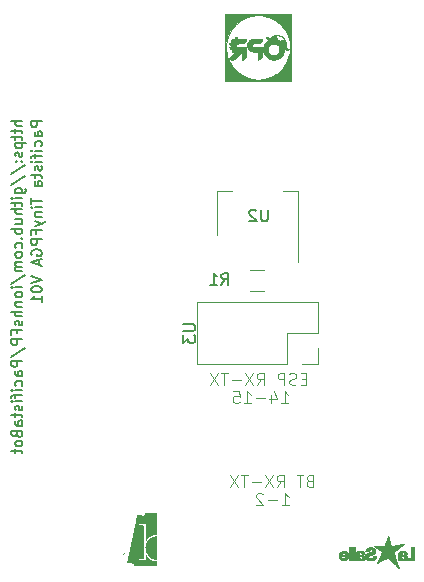
<source format=gbo>
G04 #@! TF.GenerationSoftware,KiCad,Pcbnew,(5.1.4)-1*
G04 #@! TF.CreationDate,2020-05-13T10:23:39+02:00*
G04 #@! TF.ProjectId,Pacifista_TinyFPGA,50616369-6669-4737-9461-5f54696e7946,rev?*
G04 #@! TF.SameCoordinates,Original*
G04 #@! TF.FileFunction,Legend,Bot*
G04 #@! TF.FilePolarity,Positive*
%FSLAX46Y46*%
G04 Gerber Fmt 4.6, Leading zero omitted, Abs format (unit mm)*
G04 Created by KiCad (PCBNEW (5.1.4)-1) date 2020-05-13 10:23:39*
%MOMM*%
%LPD*%
G04 APERTURE LIST*
%ADD10C,0.125000*%
%ADD11C,0.150000*%
%ADD12C,0.010000*%
%ADD13C,0.120000*%
G04 APERTURE END LIST*
D10*
X88375904Y-129103380D02*
X88947333Y-129103380D01*
X88661619Y-129103380D02*
X88661619Y-128103380D01*
X88756857Y-128246238D01*
X88852095Y-128341476D01*
X88947333Y-128389095D01*
X87518761Y-128436714D02*
X87518761Y-129103380D01*
X87756857Y-128055761D02*
X87994952Y-128770047D01*
X87375904Y-128770047D01*
X86994952Y-128722428D02*
X86233047Y-128722428D01*
X85233047Y-129103380D02*
X85804476Y-129103380D01*
X85518761Y-129103380D02*
X85518761Y-128103380D01*
X85614000Y-128246238D01*
X85709238Y-128341476D01*
X85804476Y-128389095D01*
X84328285Y-128103380D02*
X84804476Y-128103380D01*
X84852095Y-128579571D01*
X84804476Y-128531952D01*
X84709238Y-128484333D01*
X84471142Y-128484333D01*
X84375904Y-128531952D01*
X84328285Y-128579571D01*
X84280666Y-128674809D01*
X84280666Y-128912904D01*
X84328285Y-129008142D01*
X84375904Y-129055761D01*
X84471142Y-129103380D01*
X84709238Y-129103380D01*
X84804476Y-129055761D01*
X84852095Y-129008142D01*
X90510809Y-127055571D02*
X90177476Y-127055571D01*
X90034619Y-127579380D02*
X90510809Y-127579380D01*
X90510809Y-126579380D01*
X90034619Y-126579380D01*
X89653666Y-127531761D02*
X89510809Y-127579380D01*
X89272714Y-127579380D01*
X89177476Y-127531761D01*
X89129857Y-127484142D01*
X89082238Y-127388904D01*
X89082238Y-127293666D01*
X89129857Y-127198428D01*
X89177476Y-127150809D01*
X89272714Y-127103190D01*
X89463190Y-127055571D01*
X89558428Y-127007952D01*
X89606047Y-126960333D01*
X89653666Y-126865095D01*
X89653666Y-126769857D01*
X89606047Y-126674619D01*
X89558428Y-126627000D01*
X89463190Y-126579380D01*
X89225095Y-126579380D01*
X89082238Y-126627000D01*
X88653666Y-127579380D02*
X88653666Y-126579380D01*
X88272714Y-126579380D01*
X88177476Y-126627000D01*
X88129857Y-126674619D01*
X88082238Y-126769857D01*
X88082238Y-126912714D01*
X88129857Y-127007952D01*
X88177476Y-127055571D01*
X88272714Y-127103190D01*
X88653666Y-127103190D01*
X86320333Y-127579380D02*
X86653666Y-127103190D01*
X86891761Y-127579380D02*
X86891761Y-126579380D01*
X86510809Y-126579380D01*
X86415571Y-126627000D01*
X86367952Y-126674619D01*
X86320333Y-126769857D01*
X86320333Y-126912714D01*
X86367952Y-127007952D01*
X86415571Y-127055571D01*
X86510809Y-127103190D01*
X86891761Y-127103190D01*
X85987000Y-126579380D02*
X85320333Y-127579380D01*
X85320333Y-126579380D02*
X85987000Y-127579380D01*
X84939380Y-127198428D02*
X84177476Y-127198428D01*
X83844142Y-126579380D02*
X83272714Y-126579380D01*
X83558428Y-127579380D02*
X83558428Y-126579380D01*
X83034619Y-126579380D02*
X82367952Y-127579380D01*
X82367952Y-126579380D02*
X83034619Y-127579380D01*
X88439523Y-137739380D02*
X89010952Y-137739380D01*
X88725238Y-137739380D02*
X88725238Y-136739380D01*
X88820476Y-136882238D01*
X88915714Y-136977476D01*
X89010952Y-137025095D01*
X88010952Y-137358428D02*
X87249047Y-137358428D01*
X86820476Y-136834619D02*
X86772857Y-136787000D01*
X86677619Y-136739380D01*
X86439523Y-136739380D01*
X86344285Y-136787000D01*
X86296666Y-136834619D01*
X86249047Y-136929857D01*
X86249047Y-137025095D01*
X86296666Y-137167952D01*
X86868095Y-137739380D01*
X86249047Y-137739380D01*
X90772857Y-135691571D02*
X90630000Y-135739190D01*
X90582380Y-135786809D01*
X90534761Y-135882047D01*
X90534761Y-136024904D01*
X90582380Y-136120142D01*
X90630000Y-136167761D01*
X90725238Y-136215380D01*
X91106190Y-136215380D01*
X91106190Y-135215380D01*
X90772857Y-135215380D01*
X90677619Y-135263000D01*
X90630000Y-135310619D01*
X90582380Y-135405857D01*
X90582380Y-135501095D01*
X90630000Y-135596333D01*
X90677619Y-135643952D01*
X90772857Y-135691571D01*
X91106190Y-135691571D01*
X90249047Y-135215380D02*
X89677619Y-135215380D01*
X89963333Y-136215380D02*
X89963333Y-135215380D01*
X88010952Y-136215380D02*
X88344285Y-135739190D01*
X88582380Y-136215380D02*
X88582380Y-135215380D01*
X88201428Y-135215380D01*
X88106190Y-135263000D01*
X88058571Y-135310619D01*
X88010952Y-135405857D01*
X88010952Y-135548714D01*
X88058571Y-135643952D01*
X88106190Y-135691571D01*
X88201428Y-135739190D01*
X88582380Y-135739190D01*
X87677619Y-135215380D02*
X87010952Y-136215380D01*
X87010952Y-135215380D02*
X87677619Y-136215380D01*
X86630000Y-135834428D02*
X85868095Y-135834428D01*
X85534761Y-135215380D02*
X84963333Y-135215380D01*
X85249047Y-136215380D02*
X85249047Y-135215380D01*
X84725238Y-135215380D02*
X84058571Y-136215380D01*
X84058571Y-135215380D02*
X84725238Y-136215380D01*
D11*
X68098142Y-105253000D02*
X67198142Y-105253000D01*
X67198142Y-105595857D01*
X67241000Y-105681571D01*
X67283857Y-105724428D01*
X67369571Y-105767285D01*
X67498142Y-105767285D01*
X67583857Y-105724428D01*
X67626714Y-105681571D01*
X67669571Y-105595857D01*
X67669571Y-105253000D01*
X68098142Y-106538714D02*
X67626714Y-106538714D01*
X67541000Y-106495857D01*
X67498142Y-106410142D01*
X67498142Y-106238714D01*
X67541000Y-106153000D01*
X68055285Y-106538714D02*
X68098142Y-106453000D01*
X68098142Y-106238714D01*
X68055285Y-106153000D01*
X67969571Y-106110142D01*
X67883857Y-106110142D01*
X67798142Y-106153000D01*
X67755285Y-106238714D01*
X67755285Y-106453000D01*
X67712428Y-106538714D01*
X68055285Y-107353000D02*
X68098142Y-107267285D01*
X68098142Y-107095857D01*
X68055285Y-107010142D01*
X68012428Y-106967285D01*
X67926714Y-106924428D01*
X67669571Y-106924428D01*
X67583857Y-106967285D01*
X67541000Y-107010142D01*
X67498142Y-107095857D01*
X67498142Y-107267285D01*
X67541000Y-107353000D01*
X68098142Y-107738714D02*
X67498142Y-107738714D01*
X67198142Y-107738714D02*
X67241000Y-107695857D01*
X67283857Y-107738714D01*
X67241000Y-107781571D01*
X67198142Y-107738714D01*
X67283857Y-107738714D01*
X67498142Y-108038714D02*
X67498142Y-108381571D01*
X68098142Y-108167285D02*
X67326714Y-108167285D01*
X67241000Y-108210142D01*
X67198142Y-108295857D01*
X67198142Y-108381571D01*
X68098142Y-108681571D02*
X67498142Y-108681571D01*
X67198142Y-108681571D02*
X67241000Y-108638714D01*
X67283857Y-108681571D01*
X67241000Y-108724428D01*
X67198142Y-108681571D01*
X67283857Y-108681571D01*
X68055285Y-109067285D02*
X68098142Y-109153000D01*
X68098142Y-109324428D01*
X68055285Y-109410142D01*
X67969571Y-109453000D01*
X67926714Y-109453000D01*
X67841000Y-109410142D01*
X67798142Y-109324428D01*
X67798142Y-109195857D01*
X67755285Y-109110142D01*
X67669571Y-109067285D01*
X67626714Y-109067285D01*
X67541000Y-109110142D01*
X67498142Y-109195857D01*
X67498142Y-109324428D01*
X67541000Y-109410142D01*
X67498142Y-109710142D02*
X67498142Y-110053000D01*
X67198142Y-109838714D02*
X67969571Y-109838714D01*
X68055285Y-109881571D01*
X68098142Y-109967285D01*
X68098142Y-110053000D01*
X68098142Y-110738714D02*
X67626714Y-110738714D01*
X67541000Y-110695857D01*
X67498142Y-110610142D01*
X67498142Y-110438714D01*
X67541000Y-110353000D01*
X68055285Y-110738714D02*
X68098142Y-110653000D01*
X68098142Y-110438714D01*
X68055285Y-110353000D01*
X67969571Y-110310142D01*
X67883857Y-110310142D01*
X67798142Y-110353000D01*
X67755285Y-110438714D01*
X67755285Y-110653000D01*
X67712428Y-110738714D01*
X67198142Y-111724428D02*
X67198142Y-112238714D01*
X68098142Y-111981571D02*
X67198142Y-111981571D01*
X68098142Y-112538714D02*
X67498142Y-112538714D01*
X67198142Y-112538714D02*
X67241000Y-112495857D01*
X67283857Y-112538714D01*
X67241000Y-112581571D01*
X67198142Y-112538714D01*
X67283857Y-112538714D01*
X67498142Y-112967285D02*
X68098142Y-112967285D01*
X67583857Y-112967285D02*
X67541000Y-113010142D01*
X67498142Y-113095857D01*
X67498142Y-113224428D01*
X67541000Y-113310142D01*
X67626714Y-113353000D01*
X68098142Y-113353000D01*
X67498142Y-113695857D02*
X68098142Y-113910142D01*
X67498142Y-114124428D02*
X68098142Y-113910142D01*
X68312428Y-113824428D01*
X68355285Y-113781571D01*
X68398142Y-113695857D01*
X67626714Y-114767285D02*
X67626714Y-114467285D01*
X68098142Y-114467285D02*
X67198142Y-114467285D01*
X67198142Y-114895857D01*
X68098142Y-115238714D02*
X67198142Y-115238714D01*
X67198142Y-115581571D01*
X67241000Y-115667285D01*
X67283857Y-115710142D01*
X67369571Y-115753000D01*
X67498142Y-115753000D01*
X67583857Y-115710142D01*
X67626714Y-115667285D01*
X67669571Y-115581571D01*
X67669571Y-115238714D01*
X67241000Y-116610142D02*
X67198142Y-116524428D01*
X67198142Y-116395857D01*
X67241000Y-116267285D01*
X67326714Y-116181571D01*
X67412428Y-116138714D01*
X67583857Y-116095857D01*
X67712428Y-116095857D01*
X67883857Y-116138714D01*
X67969571Y-116181571D01*
X68055285Y-116267285D01*
X68098142Y-116395857D01*
X68098142Y-116481571D01*
X68055285Y-116610142D01*
X68012428Y-116653000D01*
X67712428Y-116653000D01*
X67712428Y-116481571D01*
X67841000Y-116995857D02*
X67841000Y-117424428D01*
X68098142Y-116910142D02*
X67198142Y-117210142D01*
X68098142Y-117510142D01*
X67198142Y-118367285D02*
X68098142Y-118667285D01*
X67198142Y-118967285D01*
X67198142Y-119438714D02*
X67198142Y-119524428D01*
X67241000Y-119610142D01*
X67283857Y-119653000D01*
X67369571Y-119695857D01*
X67541000Y-119738714D01*
X67755285Y-119738714D01*
X67926714Y-119695857D01*
X68012428Y-119653000D01*
X68055285Y-119610142D01*
X68098142Y-119524428D01*
X68098142Y-119438714D01*
X68055285Y-119353000D01*
X68012428Y-119310142D01*
X67926714Y-119267285D01*
X67755285Y-119224428D01*
X67541000Y-119224428D01*
X67369571Y-119267285D01*
X67283857Y-119310142D01*
X67241000Y-119353000D01*
X67198142Y-119438714D01*
X68098142Y-120595857D02*
X68098142Y-120081571D01*
X68098142Y-120338714D02*
X67198142Y-120338714D01*
X67326714Y-120253000D01*
X67412428Y-120167285D01*
X67455285Y-120081571D01*
X66447142Y-105260142D02*
X65547142Y-105260142D01*
X66447142Y-105645857D02*
X65975714Y-105645857D01*
X65890000Y-105603000D01*
X65847142Y-105517285D01*
X65847142Y-105388714D01*
X65890000Y-105303000D01*
X65932857Y-105260142D01*
X65847142Y-105945857D02*
X65847142Y-106288714D01*
X65547142Y-106074428D02*
X66318571Y-106074428D01*
X66404285Y-106117285D01*
X66447142Y-106203000D01*
X66447142Y-106288714D01*
X65847142Y-106460142D02*
X65847142Y-106803000D01*
X65547142Y-106588714D02*
X66318571Y-106588714D01*
X66404285Y-106631571D01*
X66447142Y-106717285D01*
X66447142Y-106803000D01*
X65847142Y-107102999D02*
X66747142Y-107102999D01*
X65890000Y-107102999D02*
X65847142Y-107188714D01*
X65847142Y-107360142D01*
X65890000Y-107445857D01*
X65932857Y-107488714D01*
X66018571Y-107531571D01*
X66275714Y-107531571D01*
X66361428Y-107488714D01*
X66404285Y-107445857D01*
X66447142Y-107360142D01*
X66447142Y-107188714D01*
X66404285Y-107102999D01*
X66404285Y-107874428D02*
X66447142Y-107960142D01*
X66447142Y-108131571D01*
X66404285Y-108217285D01*
X66318571Y-108260142D01*
X66275714Y-108260142D01*
X66190000Y-108217285D01*
X66147142Y-108131571D01*
X66147142Y-108002999D01*
X66104285Y-107917285D01*
X66018571Y-107874428D01*
X65975714Y-107874428D01*
X65890000Y-107917285D01*
X65847142Y-108002999D01*
X65847142Y-108131571D01*
X65890000Y-108217285D01*
X66361428Y-108645857D02*
X66404285Y-108688714D01*
X66447142Y-108645857D01*
X66404285Y-108602999D01*
X66361428Y-108645857D01*
X66447142Y-108645857D01*
X65890000Y-108645857D02*
X65932857Y-108688714D01*
X65975714Y-108645857D01*
X65932857Y-108602999D01*
X65890000Y-108645857D01*
X65975714Y-108645857D01*
X65504285Y-109717285D02*
X66661428Y-108945857D01*
X65504285Y-110660142D02*
X66661428Y-109888714D01*
X65847142Y-111345857D02*
X66575714Y-111345857D01*
X66661428Y-111302999D01*
X66704285Y-111260142D01*
X66747142Y-111174428D01*
X66747142Y-111045857D01*
X66704285Y-110960142D01*
X66404285Y-111345857D02*
X66447142Y-111260142D01*
X66447142Y-111088714D01*
X66404285Y-111002999D01*
X66361428Y-110960142D01*
X66275714Y-110917285D01*
X66018571Y-110917285D01*
X65932857Y-110960142D01*
X65890000Y-111002999D01*
X65847142Y-111088714D01*
X65847142Y-111260142D01*
X65890000Y-111345857D01*
X66447142Y-111774428D02*
X65847142Y-111774428D01*
X65547142Y-111774428D02*
X65590000Y-111731571D01*
X65632857Y-111774428D01*
X65590000Y-111817285D01*
X65547142Y-111774428D01*
X65632857Y-111774428D01*
X65847142Y-112074428D02*
X65847142Y-112417285D01*
X65547142Y-112202999D02*
X66318571Y-112202999D01*
X66404285Y-112245857D01*
X66447142Y-112331571D01*
X66447142Y-112417285D01*
X66447142Y-112717285D02*
X65547142Y-112717285D01*
X66447142Y-113102999D02*
X65975714Y-113102999D01*
X65890000Y-113060142D01*
X65847142Y-112974428D01*
X65847142Y-112845857D01*
X65890000Y-112760142D01*
X65932857Y-112717285D01*
X65847142Y-113917285D02*
X66447142Y-113917285D01*
X65847142Y-113531571D02*
X66318571Y-113531571D01*
X66404285Y-113574428D01*
X66447142Y-113660142D01*
X66447142Y-113788714D01*
X66404285Y-113874428D01*
X66361428Y-113917285D01*
X66447142Y-114345857D02*
X65547142Y-114345857D01*
X65890000Y-114345857D02*
X65847142Y-114431571D01*
X65847142Y-114602999D01*
X65890000Y-114688714D01*
X65932857Y-114731571D01*
X66018571Y-114774428D01*
X66275714Y-114774428D01*
X66361428Y-114731571D01*
X66404285Y-114688714D01*
X66447142Y-114602999D01*
X66447142Y-114431571D01*
X66404285Y-114345857D01*
X66361428Y-115160142D02*
X66404285Y-115202999D01*
X66447142Y-115160142D01*
X66404285Y-115117285D01*
X66361428Y-115160142D01*
X66447142Y-115160142D01*
X66404285Y-115974428D02*
X66447142Y-115888714D01*
X66447142Y-115717285D01*
X66404285Y-115631571D01*
X66361428Y-115588714D01*
X66275714Y-115545857D01*
X66018571Y-115545857D01*
X65932857Y-115588714D01*
X65890000Y-115631571D01*
X65847142Y-115717285D01*
X65847142Y-115888714D01*
X65890000Y-115974428D01*
X66447142Y-116488714D02*
X66404285Y-116402999D01*
X66361428Y-116360142D01*
X66275714Y-116317285D01*
X66018571Y-116317285D01*
X65932857Y-116360142D01*
X65890000Y-116402999D01*
X65847142Y-116488714D01*
X65847142Y-116617285D01*
X65890000Y-116702999D01*
X65932857Y-116745857D01*
X66018571Y-116788714D01*
X66275714Y-116788714D01*
X66361428Y-116745857D01*
X66404285Y-116702999D01*
X66447142Y-116617285D01*
X66447142Y-116488714D01*
X66447142Y-117174428D02*
X65847142Y-117174428D01*
X65932857Y-117174428D02*
X65890000Y-117217285D01*
X65847142Y-117302999D01*
X65847142Y-117431571D01*
X65890000Y-117517285D01*
X65975714Y-117560142D01*
X66447142Y-117560142D01*
X65975714Y-117560142D02*
X65890000Y-117602999D01*
X65847142Y-117688714D01*
X65847142Y-117817285D01*
X65890000Y-117902999D01*
X65975714Y-117945857D01*
X66447142Y-117945857D01*
X65504285Y-119017285D02*
X66661428Y-118245857D01*
X66447142Y-119317285D02*
X65847142Y-119317285D01*
X65547142Y-119317285D02*
X65590000Y-119274428D01*
X65632857Y-119317285D01*
X65590000Y-119360142D01*
X65547142Y-119317285D01*
X65632857Y-119317285D01*
X66447142Y-119874428D02*
X66404285Y-119788714D01*
X66361428Y-119745857D01*
X66275714Y-119702999D01*
X66018571Y-119702999D01*
X65932857Y-119745857D01*
X65890000Y-119788714D01*
X65847142Y-119874428D01*
X65847142Y-120002999D01*
X65890000Y-120088714D01*
X65932857Y-120131571D01*
X66018571Y-120174428D01*
X66275714Y-120174428D01*
X66361428Y-120131571D01*
X66404285Y-120088714D01*
X66447142Y-120002999D01*
X66447142Y-119874428D01*
X65847142Y-120560142D02*
X66447142Y-120560142D01*
X65932857Y-120560142D02*
X65890000Y-120602999D01*
X65847142Y-120688714D01*
X65847142Y-120817285D01*
X65890000Y-120902999D01*
X65975714Y-120945857D01*
X66447142Y-120945857D01*
X66447142Y-121374428D02*
X65547142Y-121374428D01*
X66447142Y-121760142D02*
X65975714Y-121760142D01*
X65890000Y-121717285D01*
X65847142Y-121631571D01*
X65847142Y-121502999D01*
X65890000Y-121417285D01*
X65932857Y-121374428D01*
X66404285Y-122145857D02*
X66447142Y-122231571D01*
X66447142Y-122402999D01*
X66404285Y-122488714D01*
X66318571Y-122531571D01*
X66275714Y-122531571D01*
X66190000Y-122488714D01*
X66147142Y-122402999D01*
X66147142Y-122274428D01*
X66104285Y-122188714D01*
X66018571Y-122145857D01*
X65975714Y-122145857D01*
X65890000Y-122188714D01*
X65847142Y-122274428D01*
X65847142Y-122402999D01*
X65890000Y-122488714D01*
X65975714Y-123217285D02*
X65975714Y-122917285D01*
X66447142Y-122917285D02*
X65547142Y-122917285D01*
X65547142Y-123345857D01*
X66447142Y-123688714D02*
X65547142Y-123688714D01*
X65547142Y-124031571D01*
X65590000Y-124117285D01*
X65632857Y-124160142D01*
X65718571Y-124202999D01*
X65847142Y-124202999D01*
X65932857Y-124160142D01*
X65975714Y-124117285D01*
X66018571Y-124031571D01*
X66018571Y-123688714D01*
X65504285Y-125231571D02*
X66661428Y-124460142D01*
X66447142Y-125531571D02*
X65547142Y-125531571D01*
X65547142Y-125874428D01*
X65590000Y-125960142D01*
X65632857Y-126002999D01*
X65718571Y-126045857D01*
X65847142Y-126045857D01*
X65932857Y-126002999D01*
X65975714Y-125960142D01*
X66018571Y-125874428D01*
X66018571Y-125531571D01*
X66447142Y-126817285D02*
X65975714Y-126817285D01*
X65890000Y-126774428D01*
X65847142Y-126688714D01*
X65847142Y-126517285D01*
X65890000Y-126431571D01*
X66404285Y-126817285D02*
X66447142Y-126731571D01*
X66447142Y-126517285D01*
X66404285Y-126431571D01*
X66318571Y-126388714D01*
X66232857Y-126388714D01*
X66147142Y-126431571D01*
X66104285Y-126517285D01*
X66104285Y-126731571D01*
X66061428Y-126817285D01*
X66404285Y-127631571D02*
X66447142Y-127545857D01*
X66447142Y-127374428D01*
X66404285Y-127288714D01*
X66361428Y-127245857D01*
X66275714Y-127202999D01*
X66018571Y-127202999D01*
X65932857Y-127245857D01*
X65890000Y-127288714D01*
X65847142Y-127374428D01*
X65847142Y-127545857D01*
X65890000Y-127631571D01*
X66447142Y-128017285D02*
X65847142Y-128017285D01*
X65547142Y-128017285D02*
X65590000Y-127974428D01*
X65632857Y-128017285D01*
X65590000Y-128060142D01*
X65547142Y-128017285D01*
X65632857Y-128017285D01*
X65847142Y-128317285D02*
X65847142Y-128660142D01*
X66447142Y-128445857D02*
X65675714Y-128445857D01*
X65590000Y-128488714D01*
X65547142Y-128574428D01*
X65547142Y-128660142D01*
X66447142Y-128960142D02*
X65847142Y-128960142D01*
X65547142Y-128960142D02*
X65590000Y-128917285D01*
X65632857Y-128960142D01*
X65590000Y-129002999D01*
X65547142Y-128960142D01*
X65632857Y-128960142D01*
X66404285Y-129345857D02*
X66447142Y-129431571D01*
X66447142Y-129602999D01*
X66404285Y-129688714D01*
X66318571Y-129731571D01*
X66275714Y-129731571D01*
X66190000Y-129688714D01*
X66147142Y-129602999D01*
X66147142Y-129474428D01*
X66104285Y-129388714D01*
X66018571Y-129345857D01*
X65975714Y-129345857D01*
X65890000Y-129388714D01*
X65847142Y-129474428D01*
X65847142Y-129602999D01*
X65890000Y-129688714D01*
X65847142Y-129988714D02*
X65847142Y-130331571D01*
X65547142Y-130117285D02*
X66318571Y-130117285D01*
X66404285Y-130160142D01*
X66447142Y-130245857D01*
X66447142Y-130331571D01*
X66447142Y-131017285D02*
X65975714Y-131017285D01*
X65890000Y-130974428D01*
X65847142Y-130888714D01*
X65847142Y-130717285D01*
X65890000Y-130631571D01*
X66404285Y-131017285D02*
X66447142Y-130931571D01*
X66447142Y-130717285D01*
X66404285Y-130631571D01*
X66318571Y-130588714D01*
X66232857Y-130588714D01*
X66147142Y-130631571D01*
X66104285Y-130717285D01*
X66104285Y-130931571D01*
X66061428Y-131017285D01*
X65975714Y-131745857D02*
X66018571Y-131874428D01*
X66061428Y-131917285D01*
X66147142Y-131960142D01*
X66275714Y-131960142D01*
X66361428Y-131917285D01*
X66404285Y-131874428D01*
X66447142Y-131788714D01*
X66447142Y-131445857D01*
X65547142Y-131445857D01*
X65547142Y-131745857D01*
X65590000Y-131831571D01*
X65632857Y-131874428D01*
X65718571Y-131917285D01*
X65804285Y-131917285D01*
X65890000Y-131874428D01*
X65932857Y-131831571D01*
X65975714Y-131745857D01*
X65975714Y-131445857D01*
X66447142Y-132474428D02*
X66404285Y-132388714D01*
X66361428Y-132345857D01*
X66275714Y-132302999D01*
X66018571Y-132302999D01*
X65932857Y-132345857D01*
X65890000Y-132388714D01*
X65847142Y-132474428D01*
X65847142Y-132602999D01*
X65890000Y-132688714D01*
X65932857Y-132731571D01*
X66018571Y-132774428D01*
X66275714Y-132774428D01*
X66361428Y-132731571D01*
X66404285Y-132688714D01*
X66447142Y-132602999D01*
X66447142Y-132474428D01*
X65847142Y-133031571D02*
X65847142Y-133374428D01*
X65547142Y-133160142D02*
X66318571Y-133160142D01*
X66404285Y-133202999D01*
X66447142Y-133288714D01*
X66447142Y-133374428D01*
D12*
G36*
X97413883Y-140327296D02*
G01*
X97411161Y-140336004D01*
X97404738Y-140359642D01*
X97394999Y-140396708D01*
X97382329Y-140445699D01*
X97367115Y-140505112D01*
X97349740Y-140573446D01*
X97330592Y-140649196D01*
X97310054Y-140730861D01*
X97297325Y-140781677D01*
X97184634Y-141232191D01*
X96752834Y-141233503D01*
X96668004Y-141233732D01*
X96587621Y-141233891D01*
X96513410Y-141233981D01*
X96447096Y-141234004D01*
X96390405Y-141233959D01*
X96345060Y-141233847D01*
X96312787Y-141233669D01*
X96295311Y-141233425D01*
X96293517Y-141233358D01*
X96274815Y-141234246D01*
X96266085Y-141238364D01*
X96266001Y-141238910D01*
X96272563Y-141247464D01*
X96289999Y-141262735D01*
X96314929Y-141282297D01*
X96343978Y-141303720D01*
X96373766Y-141324576D01*
X96400916Y-141342438D01*
X96422051Y-141354877D01*
X96433706Y-141359467D01*
X96445250Y-141365286D01*
X96452352Y-141372269D01*
X96462969Y-141381428D01*
X96483911Y-141396951D01*
X96511845Y-141416600D01*
X96543436Y-141438139D01*
X96575351Y-141459333D01*
X96604255Y-141477943D01*
X96626815Y-141491734D01*
X96639696Y-141498470D01*
X96640959Y-141498787D01*
X96651545Y-141505082D01*
X96653659Y-141507633D01*
X96663204Y-141515984D01*
X96683331Y-141530775D01*
X96710674Y-141549781D01*
X96741869Y-141570773D01*
X96773549Y-141591525D01*
X96802347Y-141609811D01*
X96824899Y-141623402D01*
X96837839Y-141630074D01*
X96839219Y-141630400D01*
X96849965Y-141636043D01*
X96865452Y-141649805D01*
X96867134Y-141651567D01*
X96882688Y-141665911D01*
X96894093Y-141672658D01*
X96894819Y-141672733D01*
X96906511Y-141677253D01*
X96924377Y-141688237D01*
X96925850Y-141689275D01*
X96949081Y-141705816D01*
X96739666Y-142127425D01*
X96690531Y-142226341D01*
X96648394Y-142311175D01*
X96612729Y-142383014D01*
X96583010Y-142442945D01*
X96558711Y-142492056D01*
X96539305Y-142531435D01*
X96524267Y-142562168D01*
X96513069Y-142585343D01*
X96505187Y-142602048D01*
X96500094Y-142613370D01*
X96497264Y-142620396D01*
X96496171Y-142624213D01*
X96496288Y-142625910D01*
X96497089Y-142626573D01*
X96497889Y-142627111D01*
X96500945Y-142627791D01*
X96507652Y-142626340D01*
X96519055Y-142622260D01*
X96536199Y-142615052D01*
X96560130Y-142604216D01*
X96591893Y-142589255D01*
X96632535Y-142569669D01*
X96683099Y-142544960D01*
X96744633Y-142514629D01*
X96818181Y-142478178D01*
X96904788Y-142435106D01*
X97003230Y-142386050D01*
X97080758Y-142347422D01*
X97153654Y-142311163D01*
X97220527Y-142277962D01*
X97279987Y-142248506D01*
X97330641Y-142223484D01*
X97371099Y-142203582D01*
X97399968Y-142189489D01*
X97415858Y-142181893D01*
X97418567Y-142180733D01*
X97425030Y-142186560D01*
X97442388Y-142203345D01*
X97469590Y-142230046D01*
X97505586Y-142265620D01*
X97549325Y-142309025D01*
X97599756Y-142359217D01*
X97655828Y-142415153D01*
X97716490Y-142475792D01*
X97777537Y-142536929D01*
X97886436Y-142645859D01*
X97983643Y-142742624D01*
X98069204Y-142827266D01*
X98143162Y-142899826D01*
X98205561Y-142960348D01*
X98256445Y-143008872D01*
X98295859Y-143045443D01*
X98323846Y-143070102D01*
X98340449Y-143082890D01*
X98345714Y-143083852D01*
X98345337Y-143082433D01*
X98339112Y-143064544D01*
X98330647Y-143038073D01*
X98326097Y-143023167D01*
X98318725Y-142999438D01*
X98306956Y-142962679D01*
X98291295Y-142914402D01*
X98272246Y-142856117D01*
X98250311Y-142789338D01*
X98225995Y-142715576D01*
X98199801Y-142636344D01*
X98172233Y-142553154D01*
X98143796Y-142467518D01*
X98114991Y-142380948D01*
X98086325Y-142294956D01*
X98058299Y-142211055D01*
X98031418Y-142130756D01*
X98006186Y-142055572D01*
X97983106Y-141987014D01*
X97962682Y-141926596D01*
X97945418Y-141875829D01*
X97931817Y-141836224D01*
X97922383Y-141809296D01*
X97917621Y-141796555D01*
X97917216Y-141795760D01*
X97910178Y-141783322D01*
X97909624Y-141780614D01*
X97906329Y-141755847D01*
X97900232Y-141733112D01*
X97893113Y-141718060D01*
X97888978Y-141715067D01*
X97890056Y-141710851D01*
X97904112Y-141698074D01*
X97931400Y-141676536D01*
X97972176Y-141646038D01*
X98022773Y-141609233D01*
X98001667Y-141609233D01*
X97997434Y-141613467D01*
X97993200Y-141609233D01*
X97997434Y-141605000D01*
X98001667Y-141609233D01*
X98022773Y-141609233D01*
X98026693Y-141606382D01*
X98046117Y-141592418D01*
X98074443Y-141571235D01*
X98096623Y-141553001D01*
X98109611Y-141540310D01*
X98111734Y-141536576D01*
X98116381Y-141531127D01*
X98118536Y-141532004D01*
X98128087Y-141529191D01*
X98145086Y-141517398D01*
X98157107Y-141507104D01*
X98176510Y-141490439D01*
X98191102Y-141479908D01*
X98195559Y-141478000D01*
X98205525Y-141472325D01*
X98218372Y-141460052D01*
X98234254Y-141445749D01*
X98258606Y-141427368D01*
X98279133Y-141413474D01*
X98302226Y-141397788D01*
X98334839Y-141374474D01*
X98373146Y-141346320D01*
X98413318Y-141316116D01*
X98425858Y-141306538D01*
X98462541Y-141278549D01*
X98495315Y-141253816D01*
X98518327Y-141236700D01*
X97205800Y-141236700D01*
X97201567Y-141240933D01*
X97197334Y-141236700D01*
X97201567Y-141232466D01*
X97205800Y-141236700D01*
X98518327Y-141236700D01*
X98521439Y-141234386D01*
X98538175Y-141222307D01*
X98541993Y-141219766D01*
X98553588Y-141211475D01*
X98575397Y-141194765D01*
X98604506Y-141171906D01*
X98637997Y-141145173D01*
X98645036Y-141139503D01*
X98678487Y-141112518D01*
X98707514Y-141089104D01*
X98729399Y-141071451D01*
X98741430Y-141061749D01*
X98742501Y-141060887D01*
X98754386Y-141051902D01*
X98773667Y-141037841D01*
X98780129Y-141033200D01*
X98794729Y-141021721D01*
X98798764Y-141015067D01*
X98790951Y-141013154D01*
X98770007Y-141015894D01*
X98734648Y-141023201D01*
X98711078Y-141028559D01*
X98671225Y-141037138D01*
X98630819Y-141044803D01*
X98597810Y-141050058D01*
X98594334Y-141050504D01*
X98577169Y-141053242D01*
X98545145Y-141058986D01*
X98500000Y-141067401D01*
X98443476Y-141078152D01*
X98377313Y-141090906D01*
X98303251Y-141105329D01*
X98223032Y-141121085D01*
X98138394Y-141137841D01*
X98104264Y-141144635D01*
X98020092Y-141161355D01*
X97941044Y-141176940D01*
X97868652Y-141191097D01*
X97804450Y-141203531D01*
X97749971Y-141213949D01*
X97706748Y-141222055D01*
X97676313Y-141227556D01*
X97660200Y-141230158D01*
X97657998Y-141230287D01*
X97655484Y-141221788D01*
X97649263Y-141198367D01*
X97639720Y-141161530D01*
X97627240Y-141112786D01*
X97612205Y-141053645D01*
X97595001Y-140985614D01*
X97576011Y-140910202D01*
X97555619Y-140828917D01*
X97544226Y-140783379D01*
X97523120Y-140699348D01*
X97503045Y-140620224D01*
X97484405Y-140547539D01*
X97467602Y-140482827D01*
X97453039Y-140427619D01*
X97441118Y-140383449D01*
X97432243Y-140351849D01*
X97426815Y-140334353D01*
X97425482Y-140331331D01*
X97415989Y-140326418D01*
X97413883Y-140327296D01*
X97413883Y-140327296D01*
G37*
X97413883Y-140327296D02*
X97411161Y-140336004D01*
X97404738Y-140359642D01*
X97394999Y-140396708D01*
X97382329Y-140445699D01*
X97367115Y-140505112D01*
X97349740Y-140573446D01*
X97330592Y-140649196D01*
X97310054Y-140730861D01*
X97297325Y-140781677D01*
X97184634Y-141232191D01*
X96752834Y-141233503D01*
X96668004Y-141233732D01*
X96587621Y-141233891D01*
X96513410Y-141233981D01*
X96447096Y-141234004D01*
X96390405Y-141233959D01*
X96345060Y-141233847D01*
X96312787Y-141233669D01*
X96295311Y-141233425D01*
X96293517Y-141233358D01*
X96274815Y-141234246D01*
X96266085Y-141238364D01*
X96266001Y-141238910D01*
X96272563Y-141247464D01*
X96289999Y-141262735D01*
X96314929Y-141282297D01*
X96343978Y-141303720D01*
X96373766Y-141324576D01*
X96400916Y-141342438D01*
X96422051Y-141354877D01*
X96433706Y-141359467D01*
X96445250Y-141365286D01*
X96452352Y-141372269D01*
X96462969Y-141381428D01*
X96483911Y-141396951D01*
X96511845Y-141416600D01*
X96543436Y-141438139D01*
X96575351Y-141459333D01*
X96604255Y-141477943D01*
X96626815Y-141491734D01*
X96639696Y-141498470D01*
X96640959Y-141498787D01*
X96651545Y-141505082D01*
X96653659Y-141507633D01*
X96663204Y-141515984D01*
X96683331Y-141530775D01*
X96710674Y-141549781D01*
X96741869Y-141570773D01*
X96773549Y-141591525D01*
X96802347Y-141609811D01*
X96824899Y-141623402D01*
X96837839Y-141630074D01*
X96839219Y-141630400D01*
X96849965Y-141636043D01*
X96865452Y-141649805D01*
X96867134Y-141651567D01*
X96882688Y-141665911D01*
X96894093Y-141672658D01*
X96894819Y-141672733D01*
X96906511Y-141677253D01*
X96924377Y-141688237D01*
X96925850Y-141689275D01*
X96949081Y-141705816D01*
X96739666Y-142127425D01*
X96690531Y-142226341D01*
X96648394Y-142311175D01*
X96612729Y-142383014D01*
X96583010Y-142442945D01*
X96558711Y-142492056D01*
X96539305Y-142531435D01*
X96524267Y-142562168D01*
X96513069Y-142585343D01*
X96505187Y-142602048D01*
X96500094Y-142613370D01*
X96497264Y-142620396D01*
X96496171Y-142624213D01*
X96496288Y-142625910D01*
X96497089Y-142626573D01*
X96497889Y-142627111D01*
X96500945Y-142627791D01*
X96507652Y-142626340D01*
X96519055Y-142622260D01*
X96536199Y-142615052D01*
X96560130Y-142604216D01*
X96591893Y-142589255D01*
X96632535Y-142569669D01*
X96683099Y-142544960D01*
X96744633Y-142514629D01*
X96818181Y-142478178D01*
X96904788Y-142435106D01*
X97003230Y-142386050D01*
X97080758Y-142347422D01*
X97153654Y-142311163D01*
X97220527Y-142277962D01*
X97279987Y-142248506D01*
X97330641Y-142223484D01*
X97371099Y-142203582D01*
X97399968Y-142189489D01*
X97415858Y-142181893D01*
X97418567Y-142180733D01*
X97425030Y-142186560D01*
X97442388Y-142203345D01*
X97469590Y-142230046D01*
X97505586Y-142265620D01*
X97549325Y-142309025D01*
X97599756Y-142359217D01*
X97655828Y-142415153D01*
X97716490Y-142475792D01*
X97777537Y-142536929D01*
X97886436Y-142645859D01*
X97983643Y-142742624D01*
X98069204Y-142827266D01*
X98143162Y-142899826D01*
X98205561Y-142960348D01*
X98256445Y-143008872D01*
X98295859Y-143045443D01*
X98323846Y-143070102D01*
X98340449Y-143082890D01*
X98345714Y-143083852D01*
X98345337Y-143082433D01*
X98339112Y-143064544D01*
X98330647Y-143038073D01*
X98326097Y-143023167D01*
X98318725Y-142999438D01*
X98306956Y-142962679D01*
X98291295Y-142914402D01*
X98272246Y-142856117D01*
X98250311Y-142789338D01*
X98225995Y-142715576D01*
X98199801Y-142636344D01*
X98172233Y-142553154D01*
X98143796Y-142467518D01*
X98114991Y-142380948D01*
X98086325Y-142294956D01*
X98058299Y-142211055D01*
X98031418Y-142130756D01*
X98006186Y-142055572D01*
X97983106Y-141987014D01*
X97962682Y-141926596D01*
X97945418Y-141875829D01*
X97931817Y-141836224D01*
X97922383Y-141809296D01*
X97917621Y-141796555D01*
X97917216Y-141795760D01*
X97910178Y-141783322D01*
X97909624Y-141780614D01*
X97906329Y-141755847D01*
X97900232Y-141733112D01*
X97893113Y-141718060D01*
X97888978Y-141715067D01*
X97890056Y-141710851D01*
X97904112Y-141698074D01*
X97931400Y-141676536D01*
X97972176Y-141646038D01*
X98022773Y-141609233D01*
X98001667Y-141609233D01*
X97997434Y-141613467D01*
X97993200Y-141609233D01*
X97997434Y-141605000D01*
X98001667Y-141609233D01*
X98022773Y-141609233D01*
X98026693Y-141606382D01*
X98046117Y-141592418D01*
X98074443Y-141571235D01*
X98096623Y-141553001D01*
X98109611Y-141540310D01*
X98111734Y-141536576D01*
X98116381Y-141531127D01*
X98118536Y-141532004D01*
X98128087Y-141529191D01*
X98145086Y-141517398D01*
X98157107Y-141507104D01*
X98176510Y-141490439D01*
X98191102Y-141479908D01*
X98195559Y-141478000D01*
X98205525Y-141472325D01*
X98218372Y-141460052D01*
X98234254Y-141445749D01*
X98258606Y-141427368D01*
X98279133Y-141413474D01*
X98302226Y-141397788D01*
X98334839Y-141374474D01*
X98373146Y-141346320D01*
X98413318Y-141316116D01*
X98425858Y-141306538D01*
X98462541Y-141278549D01*
X98495315Y-141253816D01*
X98518327Y-141236700D01*
X97205800Y-141236700D01*
X97201567Y-141240933D01*
X97197334Y-141236700D01*
X97201567Y-141232466D01*
X97205800Y-141236700D01*
X98518327Y-141236700D01*
X98521439Y-141234386D01*
X98538175Y-141222307D01*
X98541993Y-141219766D01*
X98553588Y-141211475D01*
X98575397Y-141194765D01*
X98604506Y-141171906D01*
X98637997Y-141145173D01*
X98645036Y-141139503D01*
X98678487Y-141112518D01*
X98707514Y-141089104D01*
X98729399Y-141071451D01*
X98741430Y-141061749D01*
X98742501Y-141060887D01*
X98754386Y-141051902D01*
X98773667Y-141037841D01*
X98780129Y-141033200D01*
X98794729Y-141021721D01*
X98798764Y-141015067D01*
X98790951Y-141013154D01*
X98770007Y-141015894D01*
X98734648Y-141023201D01*
X98711078Y-141028559D01*
X98671225Y-141037138D01*
X98630819Y-141044803D01*
X98597810Y-141050058D01*
X98594334Y-141050504D01*
X98577169Y-141053242D01*
X98545145Y-141058986D01*
X98500000Y-141067401D01*
X98443476Y-141078152D01*
X98377313Y-141090906D01*
X98303251Y-141105329D01*
X98223032Y-141121085D01*
X98138394Y-141137841D01*
X98104264Y-141144635D01*
X98020092Y-141161355D01*
X97941044Y-141176940D01*
X97868652Y-141191097D01*
X97804450Y-141203531D01*
X97749971Y-141213949D01*
X97706748Y-141222055D01*
X97676313Y-141227556D01*
X97660200Y-141230158D01*
X97657998Y-141230287D01*
X97655484Y-141221788D01*
X97649263Y-141198367D01*
X97639720Y-141161530D01*
X97627240Y-141112786D01*
X97612205Y-141053645D01*
X97595001Y-140985614D01*
X97576011Y-140910202D01*
X97555619Y-140828917D01*
X97544226Y-140783379D01*
X97523120Y-140699348D01*
X97503045Y-140620224D01*
X97484405Y-140547539D01*
X97467602Y-140482827D01*
X97453039Y-140427619D01*
X97441118Y-140383449D01*
X97432243Y-140351849D01*
X97426815Y-140334353D01*
X97425482Y-140331331D01*
X97415989Y-140326418D01*
X97413883Y-140327296D01*
G36*
X95940507Y-141308656D02*
G01*
X95884194Y-141311990D01*
X95832431Y-141318200D01*
X95792407Y-141326577D01*
X95742785Y-141341848D01*
X95704278Y-141357889D01*
X95671244Y-141377917D01*
X95638043Y-141405149D01*
X95613114Y-141428811D01*
X95574207Y-141472209D01*
X95547955Y-141515577D01*
X95531677Y-141564541D01*
X95523442Y-141617009D01*
X95518515Y-141664746D01*
X95640269Y-141662390D01*
X95688008Y-141661325D01*
X95721436Y-141660017D01*
X95743171Y-141658060D01*
X95755836Y-141655049D01*
X95762050Y-141650575D01*
X95764434Y-141644232D01*
X95764622Y-141643100D01*
X95776307Y-141599267D01*
X95795605Y-141562764D01*
X95820053Y-141538183D01*
X95821343Y-141537364D01*
X95872430Y-141513392D01*
X95927884Y-141500296D01*
X95983375Y-141498308D01*
X96034570Y-141507662D01*
X96070291Y-141523950D01*
X96099149Y-141544539D01*
X96115624Y-141564348D01*
X96123044Y-141588920D01*
X96124679Y-141614543D01*
X96123696Y-141642502D01*
X96118093Y-141660437D01*
X96105482Y-141675109D01*
X96102293Y-141677916D01*
X96083215Y-141690076D01*
X96052181Y-141703633D01*
X96008085Y-141718963D01*
X95949816Y-141736445D01*
X95876268Y-141756454D01*
X95855367Y-141761895D01*
X95765621Y-141787245D01*
X95691381Y-141813475D01*
X95631225Y-141841791D01*
X95583730Y-141873394D01*
X95547470Y-141909488D01*
X95521025Y-141951278D01*
X95502969Y-141999967D01*
X95491879Y-142056758D01*
X95490211Y-142070666D01*
X95490137Y-142111099D01*
X95496392Y-142159343D01*
X95507577Y-142208141D01*
X95522295Y-142250236D01*
X95526495Y-142259123D01*
X95554839Y-142299531D01*
X95596539Y-142338677D01*
X95648053Y-142374236D01*
X95705838Y-142403884D01*
X95766351Y-142425297D01*
X95787634Y-142430440D01*
X95835659Y-142437428D01*
X95893954Y-142441209D01*
X95956427Y-142441792D01*
X96016988Y-142439184D01*
X96069543Y-142433393D01*
X96087623Y-142430044D01*
X96163057Y-142406594D01*
X96231027Y-142371479D01*
X96289849Y-142326413D01*
X96337837Y-142273112D01*
X96373304Y-142213291D01*
X96394566Y-142148664D01*
X96399522Y-142112721D01*
X96403742Y-142053733D01*
X96166323Y-142053733D01*
X96160645Y-142091601D01*
X96152227Y-142121242D01*
X96137183Y-142154022D01*
X96127933Y-142169302D01*
X96095224Y-142204424D01*
X96051435Y-142228980D01*
X95995534Y-142243381D01*
X95930959Y-142248030D01*
X95865796Y-142244031D01*
X95812540Y-142230608D01*
X95768550Y-142207007D01*
X95757309Y-142198284D01*
X95740426Y-142182577D01*
X95731797Y-142167591D01*
X95728702Y-142146641D01*
X95728367Y-142127184D01*
X95730903Y-142097266D01*
X95739579Y-142071890D01*
X95755999Y-142050013D01*
X95781767Y-142030591D01*
X95818486Y-142012582D01*
X95867762Y-141994944D01*
X95931196Y-141976635D01*
X95978821Y-141964368D01*
X96070574Y-141939344D01*
X96146822Y-141913655D01*
X96208994Y-141886529D01*
X96258520Y-141857193D01*
X96296829Y-141824872D01*
X96325348Y-141788794D01*
X96335185Y-141771490D01*
X96352071Y-141723755D01*
X96360573Y-141667015D01*
X96360720Y-141606961D01*
X96352540Y-141549283D01*
X96336062Y-141499673D01*
X96333789Y-141495041D01*
X96297292Y-141441437D01*
X96246683Y-141394330D01*
X96184015Y-141355179D01*
X96111342Y-141325444D01*
X96083967Y-141317543D01*
X96045671Y-141311269D01*
X95996092Y-141308362D01*
X95940507Y-141308656D01*
X95940507Y-141308656D01*
G37*
X95940507Y-141308656D02*
X95884194Y-141311990D01*
X95832431Y-141318200D01*
X95792407Y-141326577D01*
X95742785Y-141341848D01*
X95704278Y-141357889D01*
X95671244Y-141377917D01*
X95638043Y-141405149D01*
X95613114Y-141428811D01*
X95574207Y-141472209D01*
X95547955Y-141515577D01*
X95531677Y-141564541D01*
X95523442Y-141617009D01*
X95518515Y-141664746D01*
X95640269Y-141662390D01*
X95688008Y-141661325D01*
X95721436Y-141660017D01*
X95743171Y-141658060D01*
X95755836Y-141655049D01*
X95762050Y-141650575D01*
X95764434Y-141644232D01*
X95764622Y-141643100D01*
X95776307Y-141599267D01*
X95795605Y-141562764D01*
X95820053Y-141538183D01*
X95821343Y-141537364D01*
X95872430Y-141513392D01*
X95927884Y-141500296D01*
X95983375Y-141498308D01*
X96034570Y-141507662D01*
X96070291Y-141523950D01*
X96099149Y-141544539D01*
X96115624Y-141564348D01*
X96123044Y-141588920D01*
X96124679Y-141614543D01*
X96123696Y-141642502D01*
X96118093Y-141660437D01*
X96105482Y-141675109D01*
X96102293Y-141677916D01*
X96083215Y-141690076D01*
X96052181Y-141703633D01*
X96008085Y-141718963D01*
X95949816Y-141736445D01*
X95876268Y-141756454D01*
X95855367Y-141761895D01*
X95765621Y-141787245D01*
X95691381Y-141813475D01*
X95631225Y-141841791D01*
X95583730Y-141873394D01*
X95547470Y-141909488D01*
X95521025Y-141951278D01*
X95502969Y-141999967D01*
X95491879Y-142056758D01*
X95490211Y-142070666D01*
X95490137Y-142111099D01*
X95496392Y-142159343D01*
X95507577Y-142208141D01*
X95522295Y-142250236D01*
X95526495Y-142259123D01*
X95554839Y-142299531D01*
X95596539Y-142338677D01*
X95648053Y-142374236D01*
X95705838Y-142403884D01*
X95766351Y-142425297D01*
X95787634Y-142430440D01*
X95835659Y-142437428D01*
X95893954Y-142441209D01*
X95956427Y-142441792D01*
X96016988Y-142439184D01*
X96069543Y-142433393D01*
X96087623Y-142430044D01*
X96163057Y-142406594D01*
X96231027Y-142371479D01*
X96289849Y-142326413D01*
X96337837Y-142273112D01*
X96373304Y-142213291D01*
X96394566Y-142148664D01*
X96399522Y-142112721D01*
X96403742Y-142053733D01*
X96166323Y-142053733D01*
X96160645Y-142091601D01*
X96152227Y-142121242D01*
X96137183Y-142154022D01*
X96127933Y-142169302D01*
X96095224Y-142204424D01*
X96051435Y-142228980D01*
X95995534Y-142243381D01*
X95930959Y-142248030D01*
X95865796Y-142244031D01*
X95812540Y-142230608D01*
X95768550Y-142207007D01*
X95757309Y-142198284D01*
X95740426Y-142182577D01*
X95731797Y-142167591D01*
X95728702Y-142146641D01*
X95728367Y-142127184D01*
X95730903Y-142097266D01*
X95739579Y-142071890D01*
X95755999Y-142050013D01*
X95781767Y-142030591D01*
X95818486Y-142012582D01*
X95867762Y-141994944D01*
X95931196Y-141976635D01*
X95978821Y-141964368D01*
X96070574Y-141939344D01*
X96146822Y-141913655D01*
X96208994Y-141886529D01*
X96258520Y-141857193D01*
X96296829Y-141824872D01*
X96325348Y-141788794D01*
X96335185Y-141771490D01*
X96352071Y-141723755D01*
X96360573Y-141667015D01*
X96360720Y-141606961D01*
X96352540Y-141549283D01*
X96336062Y-141499673D01*
X96333789Y-141495041D01*
X96297292Y-141441437D01*
X96246683Y-141394330D01*
X96184015Y-141355179D01*
X96111342Y-141325444D01*
X96083967Y-141317543D01*
X96045671Y-141311269D01*
X95996092Y-141308362D01*
X95940507Y-141308656D01*
G36*
X93556804Y-141621799D02*
G01*
X93492136Y-141644737D01*
X93433380Y-141681394D01*
X93395231Y-141714989D01*
X93345476Y-141775989D01*
X93308999Y-141846973D01*
X93286171Y-141926961D01*
X93277364Y-142014973D01*
X93277267Y-142025655D01*
X93277267Y-142079133D01*
X93838231Y-142079133D01*
X93832535Y-142114757D01*
X93817036Y-142171445D01*
X93790551Y-142215307D01*
X93752779Y-142246652D01*
X93703418Y-142265791D01*
X93681850Y-142269886D01*
X93624012Y-142270883D01*
X93571851Y-142255978D01*
X93524666Y-142224937D01*
X93512289Y-142213362D01*
X93471194Y-142172266D01*
X93382697Y-142172266D01*
X93339696Y-142172591D01*
X93311960Y-142175007D01*
X93297825Y-142181682D01*
X93295621Y-142194782D01*
X93303684Y-142216473D01*
X93320345Y-142248922D01*
X93321717Y-142251515D01*
X93363654Y-142315244D01*
X93415063Y-142365250D01*
X93476743Y-142402101D01*
X93549488Y-142426367D01*
X93573174Y-142431204D01*
X93616042Y-142438099D01*
X93648474Y-142441114D01*
X93676444Y-142440548D01*
X93700600Y-142437564D01*
X93788349Y-142417600D01*
X93863000Y-142387200D01*
X93925052Y-142346026D01*
X93975003Y-142293736D01*
X94013351Y-142229990D01*
X94017345Y-142221217D01*
X94042523Y-142145616D01*
X94054782Y-142065057D01*
X94054276Y-141983285D01*
X94042350Y-141911235D01*
X93835428Y-141911235D01*
X93834647Y-141921403D01*
X93826754Y-141928202D01*
X93809898Y-141932306D01*
X93782233Y-141934391D01*
X93741909Y-141935133D01*
X93687078Y-141935207D01*
X93666734Y-141935200D01*
X93609073Y-141935106D01*
X93566180Y-141934692D01*
X93535888Y-141933765D01*
X93516033Y-141932129D01*
X93504448Y-141929587D01*
X93498968Y-141925946D01*
X93497427Y-141921009D01*
X93497400Y-141919929D01*
X93501039Y-141904184D01*
X93510406Y-141879840D01*
X93519073Y-141861168D01*
X93536372Y-141831855D01*
X93556672Y-141812014D01*
X93584235Y-141796005D01*
X93633509Y-141778311D01*
X93680881Y-141776489D01*
X93730052Y-141790502D01*
X93738700Y-141794383D01*
X93774734Y-141814161D01*
X93799189Y-141835981D01*
X93817153Y-141864890D01*
X93823044Y-141878088D01*
X93830944Y-141897022D01*
X93835428Y-141911235D01*
X94042350Y-141911235D01*
X94041159Y-141904044D01*
X94015587Y-141831078D01*
X93999983Y-141801160D01*
X93955669Y-141741084D01*
X93899793Y-141690188D01*
X93835535Y-141650537D01*
X93766077Y-141624197D01*
X93712299Y-141614401D01*
X93629490Y-141611909D01*
X93556804Y-141621799D01*
X93556804Y-141621799D01*
G37*
X93556804Y-141621799D02*
X93492136Y-141644737D01*
X93433380Y-141681394D01*
X93395231Y-141714989D01*
X93345476Y-141775989D01*
X93308999Y-141846973D01*
X93286171Y-141926961D01*
X93277364Y-142014973D01*
X93277267Y-142025655D01*
X93277267Y-142079133D01*
X93838231Y-142079133D01*
X93832535Y-142114757D01*
X93817036Y-142171445D01*
X93790551Y-142215307D01*
X93752779Y-142246652D01*
X93703418Y-142265791D01*
X93681850Y-142269886D01*
X93624012Y-142270883D01*
X93571851Y-142255978D01*
X93524666Y-142224937D01*
X93512289Y-142213362D01*
X93471194Y-142172266D01*
X93382697Y-142172266D01*
X93339696Y-142172591D01*
X93311960Y-142175007D01*
X93297825Y-142181682D01*
X93295621Y-142194782D01*
X93303684Y-142216473D01*
X93320345Y-142248922D01*
X93321717Y-142251515D01*
X93363654Y-142315244D01*
X93415063Y-142365250D01*
X93476743Y-142402101D01*
X93549488Y-142426367D01*
X93573174Y-142431204D01*
X93616042Y-142438099D01*
X93648474Y-142441114D01*
X93676444Y-142440548D01*
X93700600Y-142437564D01*
X93788349Y-142417600D01*
X93863000Y-142387200D01*
X93925052Y-142346026D01*
X93975003Y-142293736D01*
X94013351Y-142229990D01*
X94017345Y-142221217D01*
X94042523Y-142145616D01*
X94054782Y-142065057D01*
X94054276Y-141983285D01*
X94042350Y-141911235D01*
X93835428Y-141911235D01*
X93834647Y-141921403D01*
X93826754Y-141928202D01*
X93809898Y-141932306D01*
X93782233Y-141934391D01*
X93741909Y-141935133D01*
X93687078Y-141935207D01*
X93666734Y-141935200D01*
X93609073Y-141935106D01*
X93566180Y-141934692D01*
X93535888Y-141933765D01*
X93516033Y-141932129D01*
X93504448Y-141929587D01*
X93498968Y-141925946D01*
X93497427Y-141921009D01*
X93497400Y-141919929D01*
X93501039Y-141904184D01*
X93510406Y-141879840D01*
X93519073Y-141861168D01*
X93536372Y-141831855D01*
X93556672Y-141812014D01*
X93584235Y-141796005D01*
X93633509Y-141778311D01*
X93680881Y-141776489D01*
X93730052Y-141790502D01*
X93738700Y-141794383D01*
X93774734Y-141814161D01*
X93799189Y-141835981D01*
X93817153Y-141864890D01*
X93823044Y-141878088D01*
X93830944Y-141897022D01*
X93835428Y-141911235D01*
X94042350Y-141911235D01*
X94041159Y-141904044D01*
X94015587Y-141831078D01*
X93999983Y-141801160D01*
X93955669Y-141741084D01*
X93899793Y-141690188D01*
X93835535Y-141650537D01*
X93766077Y-141624197D01*
X93712299Y-141614401D01*
X93629490Y-141611909D01*
X93556804Y-141621799D01*
G36*
X98637487Y-141612346D02*
G01*
X98547680Y-141617031D01*
X98471965Y-141630840D01*
X98410113Y-141653857D01*
X98361895Y-141686169D01*
X98327083Y-141727864D01*
X98325742Y-141730108D01*
X98302234Y-141770100D01*
X98297995Y-142070666D01*
X98296566Y-142158578D01*
X98294959Y-142230633D01*
X98293123Y-142287907D01*
X98291009Y-142331476D01*
X98288566Y-142362416D01*
X98285746Y-142381804D01*
X98283179Y-142389727D01*
X98275106Y-142405543D01*
X98272600Y-142413010D01*
X98280541Y-142414799D01*
X98302257Y-142416284D01*
X98334592Y-142417327D01*
X98374390Y-142417789D01*
X98381761Y-142417800D01*
X98428814Y-142417574D01*
X98461536Y-142416210D01*
X98482529Y-142412678D01*
X98494394Y-142405949D01*
X98499734Y-142394994D01*
X98501150Y-142378783D01*
X98501200Y-142370541D01*
X98502907Y-142354948D01*
X98506025Y-142350066D01*
X98515106Y-142354490D01*
X98533429Y-142365891D01*
X98549635Y-142376752D01*
X98606425Y-142407581D01*
X98670799Y-142426425D01*
X98745290Y-142433955D01*
X98766538Y-142434143D01*
X98806746Y-142432501D01*
X98845631Y-142428649D01*
X98876450Y-142423319D01*
X98883384Y-142421459D01*
X98923783Y-142402571D01*
X98962953Y-142373143D01*
X98996105Y-142337627D01*
X99018451Y-142300474D01*
X99021139Y-142293425D01*
X99030652Y-142250333D01*
X99034164Y-142199652D01*
X99033863Y-142194074D01*
X98814279Y-142194074D01*
X98809168Y-142231901D01*
X98792060Y-142259157D01*
X98760872Y-142278918D01*
X98755196Y-142281288D01*
X98724159Y-142288240D01*
X98684921Y-142289815D01*
X98645273Y-142286204D01*
X98613422Y-142277777D01*
X98573442Y-142255129D01*
X98545142Y-142224439D01*
X98527430Y-142183696D01*
X98519211Y-142130891D01*
X98518320Y-142102849D01*
X98518134Y-142037664D01*
X98545650Y-142048985D01*
X98572157Y-142057533D01*
X98603638Y-142064633D01*
X98611267Y-142065878D01*
X98677632Y-142077259D01*
X98728733Y-142090289D01*
X98766228Y-142106015D01*
X98791777Y-142125485D01*
X98807038Y-142149747D01*
X98813669Y-142179847D01*
X98814279Y-142194074D01*
X99033863Y-142194074D01*
X99031464Y-142149707D01*
X99025523Y-142118751D01*
X99004416Y-142073957D01*
X98968037Y-142035981D01*
X98916693Y-142005010D01*
X98850693Y-141981230D01*
X98771467Y-141964992D01*
X98708432Y-141955656D01*
X98659829Y-141948047D01*
X98623311Y-141941625D01*
X98596527Y-141935849D01*
X98577131Y-141930178D01*
X98562773Y-141924072D01*
X98551105Y-141916989D01*
X98545667Y-141913005D01*
X98527325Y-141896095D01*
X98519529Y-141877841D01*
X98518134Y-141856220D01*
X98524941Y-141816535D01*
X98545315Y-141786942D01*
X98579188Y-141767491D01*
X98626489Y-141758236D01*
X98649367Y-141757400D01*
X98702535Y-141762666D01*
X98742891Y-141778684D01*
X98770971Y-141805784D01*
X98786755Y-141842067D01*
X98794352Y-141871700D01*
X98901776Y-141874069D01*
X99009200Y-141876439D01*
X99009200Y-141851028D01*
X99004903Y-141826414D01*
X98993781Y-141793987D01*
X98978488Y-141759968D01*
X98961679Y-141730573D01*
X98952637Y-141718501D01*
X98912982Y-141683217D01*
X98859572Y-141653422D01*
X98811054Y-141634622D01*
X98779655Y-141624805D01*
X98751842Y-141618321D01*
X98722523Y-141614519D01*
X98686606Y-141612744D01*
X98639000Y-141612343D01*
X98637487Y-141612346D01*
X98637487Y-141612346D01*
G37*
X98637487Y-141612346D02*
X98547680Y-141617031D01*
X98471965Y-141630840D01*
X98410113Y-141653857D01*
X98361895Y-141686169D01*
X98327083Y-141727864D01*
X98325742Y-141730108D01*
X98302234Y-141770100D01*
X98297995Y-142070666D01*
X98296566Y-142158578D01*
X98294959Y-142230633D01*
X98293123Y-142287907D01*
X98291009Y-142331476D01*
X98288566Y-142362416D01*
X98285746Y-142381804D01*
X98283179Y-142389727D01*
X98275106Y-142405543D01*
X98272600Y-142413010D01*
X98280541Y-142414799D01*
X98302257Y-142416284D01*
X98334592Y-142417327D01*
X98374390Y-142417789D01*
X98381761Y-142417800D01*
X98428814Y-142417574D01*
X98461536Y-142416210D01*
X98482529Y-142412678D01*
X98494394Y-142405949D01*
X98499734Y-142394994D01*
X98501150Y-142378783D01*
X98501200Y-142370541D01*
X98502907Y-142354948D01*
X98506025Y-142350066D01*
X98515106Y-142354490D01*
X98533429Y-142365891D01*
X98549635Y-142376752D01*
X98606425Y-142407581D01*
X98670799Y-142426425D01*
X98745290Y-142433955D01*
X98766538Y-142434143D01*
X98806746Y-142432501D01*
X98845631Y-142428649D01*
X98876450Y-142423319D01*
X98883384Y-142421459D01*
X98923783Y-142402571D01*
X98962953Y-142373143D01*
X98996105Y-142337627D01*
X99018451Y-142300474D01*
X99021139Y-142293425D01*
X99030652Y-142250333D01*
X99034164Y-142199652D01*
X99033863Y-142194074D01*
X98814279Y-142194074D01*
X98809168Y-142231901D01*
X98792060Y-142259157D01*
X98760872Y-142278918D01*
X98755196Y-142281288D01*
X98724159Y-142288240D01*
X98684921Y-142289815D01*
X98645273Y-142286204D01*
X98613422Y-142277777D01*
X98573442Y-142255129D01*
X98545142Y-142224439D01*
X98527430Y-142183696D01*
X98519211Y-142130891D01*
X98518320Y-142102849D01*
X98518134Y-142037664D01*
X98545650Y-142048985D01*
X98572157Y-142057533D01*
X98603638Y-142064633D01*
X98611267Y-142065878D01*
X98677632Y-142077259D01*
X98728733Y-142090289D01*
X98766228Y-142106015D01*
X98791777Y-142125485D01*
X98807038Y-142149747D01*
X98813669Y-142179847D01*
X98814279Y-142194074D01*
X99033863Y-142194074D01*
X99031464Y-142149707D01*
X99025523Y-142118751D01*
X99004416Y-142073957D01*
X98968037Y-142035981D01*
X98916693Y-142005010D01*
X98850693Y-141981230D01*
X98771467Y-141964992D01*
X98708432Y-141955656D01*
X98659829Y-141948047D01*
X98623311Y-141941625D01*
X98596527Y-141935849D01*
X98577131Y-141930178D01*
X98562773Y-141924072D01*
X98551105Y-141916989D01*
X98545667Y-141913005D01*
X98527325Y-141896095D01*
X98519529Y-141877841D01*
X98518134Y-141856220D01*
X98524941Y-141816535D01*
X98545315Y-141786942D01*
X98579188Y-141767491D01*
X98626489Y-141758236D01*
X98649367Y-141757400D01*
X98702535Y-141762666D01*
X98742891Y-141778684D01*
X98770971Y-141805784D01*
X98786755Y-141842067D01*
X98794352Y-141871700D01*
X98901776Y-141874069D01*
X99009200Y-141876439D01*
X99009200Y-141851028D01*
X99004903Y-141826414D01*
X98993781Y-141793987D01*
X98978488Y-141759968D01*
X98961679Y-141730573D01*
X98952637Y-141718501D01*
X98912982Y-141683217D01*
X98859572Y-141653422D01*
X98811054Y-141634622D01*
X98779655Y-141624805D01*
X98751842Y-141618321D01*
X98722523Y-141614519D01*
X98686606Y-141612744D01*
X98639000Y-141612343D01*
X98637487Y-141612346D01*
G36*
X94990444Y-141614235D02*
G01*
X94922595Y-141625195D01*
X94862157Y-141642410D01*
X94812300Y-141665216D01*
X94781470Y-141687686D01*
X94766153Y-141702798D01*
X94753908Y-141717651D01*
X94744390Y-141734289D01*
X94737249Y-141754755D01*
X94732139Y-141781090D01*
X94728713Y-141815337D01*
X94726622Y-141859538D01*
X94725521Y-141915737D01*
X94725061Y-141985975D01*
X94724976Y-142019866D01*
X94724466Y-142109751D01*
X94723240Y-142184595D01*
X94721192Y-142246281D01*
X94718216Y-142296692D01*
X94714206Y-142337708D01*
X94709056Y-142371213D01*
X94703810Y-142394777D01*
X94697701Y-142418320D01*
X94806634Y-142415943D01*
X94915567Y-142413567D01*
X94933101Y-142340875D01*
X94952524Y-142361550D01*
X94970507Y-142375913D01*
X94997846Y-142392576D01*
X95024191Y-142405837D01*
X95049848Y-142416542D01*
X95073556Y-142423679D01*
X95100223Y-142428109D01*
X95134756Y-142430693D01*
X95173800Y-142432075D01*
X95223310Y-142432648D01*
X95260365Y-142431030D01*
X95289343Y-142426847D01*
X95313500Y-142420114D01*
X95356499Y-142397891D01*
X95397116Y-142363619D01*
X95430262Y-142321963D01*
X95440677Y-142303500D01*
X95450645Y-142276864D01*
X95455930Y-142244290D01*
X95457434Y-142201900D01*
X95456869Y-142195129D01*
X95241502Y-142195129D01*
X95234378Y-142227677D01*
X95215869Y-142257191D01*
X95190138Y-142277767D01*
X95180473Y-142281681D01*
X95142197Y-142287969D01*
X95097220Y-142287534D01*
X95053131Y-142280981D01*
X95017522Y-142268916D01*
X95016995Y-142268647D01*
X94984425Y-142245071D01*
X94961172Y-142211731D01*
X94946277Y-142166660D01*
X94938794Y-142108080D01*
X94934338Y-142036663D01*
X94963053Y-142048626D01*
X94989435Y-142057150D01*
X95021877Y-142064461D01*
X95034100Y-142066435D01*
X95080429Y-142074349D01*
X95125125Y-142084655D01*
X95163568Y-142096099D01*
X95191138Y-142107426D01*
X95196478Y-142110535D01*
X95221556Y-142135847D01*
X95237694Y-142169757D01*
X95241502Y-142195129D01*
X95456869Y-142195129D01*
X95452359Y-142141158D01*
X95436393Y-142091867D01*
X95408426Y-142051655D01*
X95373252Y-142022062D01*
X95341961Y-142003339D01*
X95307344Y-141988424D01*
X95266067Y-141976360D01*
X95214799Y-141966189D01*
X95150208Y-141956954D01*
X95144119Y-141956197D01*
X95080094Y-141947491D01*
X95030988Y-141938616D01*
X94994800Y-141928755D01*
X94969529Y-141917090D01*
X94953174Y-141902804D01*
X94943732Y-141885081D01*
X94940677Y-141873133D01*
X94941015Y-141834910D01*
X94955142Y-141800900D01*
X94980845Y-141775469D01*
X94993537Y-141768815D01*
X95025166Y-141760789D01*
X95064248Y-141758137D01*
X95104856Y-141760501D01*
X95141062Y-141767524D01*
X95166938Y-141778846D01*
X95167603Y-141779330D01*
X95186827Y-141799210D01*
X95203821Y-141825877D01*
X95214470Y-141852189D01*
X95216134Y-141863520D01*
X95218773Y-141868700D01*
X95228332Y-141872255D01*
X95247272Y-141874460D01*
X95278057Y-141875594D01*
X95323147Y-141875932D01*
X95326584Y-141875933D01*
X95437034Y-141875933D01*
X95431449Y-141844183D01*
X95412420Y-141779843D01*
X95379854Y-141725560D01*
X95333954Y-141681491D01*
X95274920Y-141647793D01*
X95202955Y-141624624D01*
X95135700Y-141613721D01*
X95062536Y-141610190D01*
X94990444Y-141614235D01*
X94990444Y-141614235D01*
G37*
X94990444Y-141614235D02*
X94922595Y-141625195D01*
X94862157Y-141642410D01*
X94812300Y-141665216D01*
X94781470Y-141687686D01*
X94766153Y-141702798D01*
X94753908Y-141717651D01*
X94744390Y-141734289D01*
X94737249Y-141754755D01*
X94732139Y-141781090D01*
X94728713Y-141815337D01*
X94726622Y-141859538D01*
X94725521Y-141915737D01*
X94725061Y-141985975D01*
X94724976Y-142019866D01*
X94724466Y-142109751D01*
X94723240Y-142184595D01*
X94721192Y-142246281D01*
X94718216Y-142296692D01*
X94714206Y-142337708D01*
X94709056Y-142371213D01*
X94703810Y-142394777D01*
X94697701Y-142418320D01*
X94806634Y-142415943D01*
X94915567Y-142413567D01*
X94933101Y-142340875D01*
X94952524Y-142361550D01*
X94970507Y-142375913D01*
X94997846Y-142392576D01*
X95024191Y-142405837D01*
X95049848Y-142416542D01*
X95073556Y-142423679D01*
X95100223Y-142428109D01*
X95134756Y-142430693D01*
X95173800Y-142432075D01*
X95223310Y-142432648D01*
X95260365Y-142431030D01*
X95289343Y-142426847D01*
X95313500Y-142420114D01*
X95356499Y-142397891D01*
X95397116Y-142363619D01*
X95430262Y-142321963D01*
X95440677Y-142303500D01*
X95450645Y-142276864D01*
X95455930Y-142244290D01*
X95457434Y-142201900D01*
X95456869Y-142195129D01*
X95241502Y-142195129D01*
X95234378Y-142227677D01*
X95215869Y-142257191D01*
X95190138Y-142277767D01*
X95180473Y-142281681D01*
X95142197Y-142287969D01*
X95097220Y-142287534D01*
X95053131Y-142280981D01*
X95017522Y-142268916D01*
X95016995Y-142268647D01*
X94984425Y-142245071D01*
X94961172Y-142211731D01*
X94946277Y-142166660D01*
X94938794Y-142108080D01*
X94934338Y-142036663D01*
X94963053Y-142048626D01*
X94989435Y-142057150D01*
X95021877Y-142064461D01*
X95034100Y-142066435D01*
X95080429Y-142074349D01*
X95125125Y-142084655D01*
X95163568Y-142096099D01*
X95191138Y-142107426D01*
X95196478Y-142110535D01*
X95221556Y-142135847D01*
X95237694Y-142169757D01*
X95241502Y-142195129D01*
X95456869Y-142195129D01*
X95452359Y-142141158D01*
X95436393Y-142091867D01*
X95408426Y-142051655D01*
X95373252Y-142022062D01*
X95341961Y-142003339D01*
X95307344Y-141988424D01*
X95266067Y-141976360D01*
X95214799Y-141966189D01*
X95150208Y-141956954D01*
X95144119Y-141956197D01*
X95080094Y-141947491D01*
X95030988Y-141938616D01*
X94994800Y-141928755D01*
X94969529Y-141917090D01*
X94953174Y-141902804D01*
X94943732Y-141885081D01*
X94940677Y-141873133D01*
X94941015Y-141834910D01*
X94955142Y-141800900D01*
X94980845Y-141775469D01*
X94993537Y-141768815D01*
X95025166Y-141760789D01*
X95064248Y-141758137D01*
X95104856Y-141760501D01*
X95141062Y-141767524D01*
X95166938Y-141778846D01*
X95167603Y-141779330D01*
X95186827Y-141799210D01*
X95203821Y-141825877D01*
X95214470Y-141852189D01*
X95216134Y-141863520D01*
X95218773Y-141868700D01*
X95228332Y-141872255D01*
X95247272Y-141874460D01*
X95278057Y-141875594D01*
X95323147Y-141875932D01*
X95326584Y-141875933D01*
X95437034Y-141875933D01*
X95431449Y-141844183D01*
X95412420Y-141779843D01*
X95379854Y-141725560D01*
X95333954Y-141681491D01*
X95274920Y-141647793D01*
X95202955Y-141624624D01*
X95135700Y-141613721D01*
X95062536Y-141610190D01*
X94990444Y-141614235D01*
G36*
X99453122Y-141334245D02*
G01*
X99420342Y-141334995D01*
X99399362Y-141336637D01*
X99387615Y-141339490D01*
X99382536Y-141343876D01*
X99381546Y-141348883D01*
X99381472Y-141360057D01*
X99381329Y-141386486D01*
X99381127Y-141426490D01*
X99380873Y-141478392D01*
X99380575Y-141540512D01*
X99380242Y-141611171D01*
X99379881Y-141688692D01*
X99379501Y-141771396D01*
X99379430Y-141787033D01*
X99377501Y-142210366D01*
X99214517Y-142212666D01*
X99051534Y-142214965D01*
X99051534Y-142417800D01*
X99618800Y-142417800D01*
X99618800Y-141334066D01*
X99500267Y-141334066D01*
X99453122Y-141334245D01*
X99453122Y-141334245D01*
G37*
X99453122Y-141334245D02*
X99420342Y-141334995D01*
X99399362Y-141336637D01*
X99387615Y-141339490D01*
X99382536Y-141343876D01*
X99381546Y-141348883D01*
X99381472Y-141360057D01*
X99381329Y-141386486D01*
X99381127Y-141426490D01*
X99380873Y-141478392D01*
X99380575Y-141540512D01*
X99380242Y-141611171D01*
X99379881Y-141688692D01*
X99379501Y-141771396D01*
X99379430Y-141787033D01*
X99377501Y-142210366D01*
X99214517Y-142212666D01*
X99051534Y-142214965D01*
X99051534Y-142417800D01*
X99618800Y-142417800D01*
X99618800Y-141334066D01*
X99500267Y-141334066D01*
X99453122Y-141334245D01*
G36*
X94523984Y-141335930D02*
G01*
X94416034Y-141338300D01*
X94416034Y-142413567D01*
X94518092Y-142415930D01*
X94558097Y-142416384D01*
X94591764Y-142415874D01*
X94615577Y-142414516D01*
X94626019Y-142412425D01*
X94626042Y-142412403D01*
X94627071Y-142403124D01*
X94628043Y-142378358D01*
X94628942Y-142339548D01*
X94629753Y-142288139D01*
X94630459Y-142225577D01*
X94631046Y-142153307D01*
X94631496Y-142072772D01*
X94631796Y-141985419D01*
X94631929Y-141892692D01*
X94631934Y-141870036D01*
X94631934Y-141333561D01*
X94523984Y-141335930D01*
X94523984Y-141335930D01*
G37*
X94523984Y-141335930D02*
X94416034Y-141338300D01*
X94416034Y-142413567D01*
X94518092Y-142415930D01*
X94558097Y-142416384D01*
X94591764Y-142415874D01*
X94615577Y-142414516D01*
X94626019Y-142412425D01*
X94626042Y-142412403D01*
X94627071Y-142403124D01*
X94628043Y-142378358D01*
X94628942Y-142339548D01*
X94629753Y-142288139D01*
X94630459Y-142225577D01*
X94631046Y-142153307D01*
X94631496Y-142072772D01*
X94631796Y-141985419D01*
X94631929Y-141892692D01*
X94631934Y-141870036D01*
X94631934Y-141333561D01*
X94523984Y-141335930D01*
G36*
X94116505Y-141334067D02*
G01*
X94111400Y-141370050D01*
X94110515Y-141384925D01*
X94109762Y-141415121D01*
X94109147Y-141459024D01*
X94108679Y-141515022D01*
X94108366Y-141581503D01*
X94108215Y-141656853D01*
X94108234Y-141739459D01*
X94108432Y-141827711D01*
X94108764Y-141909800D01*
X94111234Y-142413567D01*
X94219184Y-142415936D01*
X94327134Y-142418306D01*
X94327134Y-141334066D01*
X94221819Y-141334066D01*
X94116505Y-141334067D01*
X94116505Y-141334067D01*
G37*
X94116505Y-141334067D02*
X94111400Y-141370050D01*
X94110515Y-141384925D01*
X94109762Y-141415121D01*
X94109147Y-141459024D01*
X94108679Y-141515022D01*
X94108366Y-141581503D01*
X94108215Y-141656853D01*
X94108234Y-141739459D01*
X94108432Y-141827711D01*
X94108764Y-141909800D01*
X94111234Y-142413567D01*
X94219184Y-142415936D01*
X94327134Y-142418306D01*
X94327134Y-141334066D01*
X94221819Y-141334066D01*
X94116505Y-141334067D01*
G36*
X77730421Y-140402729D02*
G01*
X77692591Y-140406679D01*
X77653254Y-140412365D01*
X77614599Y-140419516D01*
X77581679Y-140427117D01*
X77504824Y-140451220D01*
X77429906Y-140483133D01*
X77357521Y-140522306D01*
X77288262Y-140568189D01*
X77222725Y-140620233D01*
X77161503Y-140677887D01*
X77105190Y-140740602D01*
X77054382Y-140807829D01*
X77009673Y-140879018D01*
X76971656Y-140953618D01*
X76946902Y-141014177D01*
X76923026Y-141090869D01*
X76905687Y-141171506D01*
X76894885Y-141254814D01*
X76890616Y-141339521D01*
X76892881Y-141424356D01*
X76901676Y-141508045D01*
X76917001Y-141589317D01*
X76938854Y-141666899D01*
X76947759Y-141692177D01*
X76981727Y-141771566D01*
X77023450Y-141848098D01*
X77072511Y-141921146D01*
X77128499Y-141990084D01*
X77180543Y-142044324D01*
X77247273Y-142104062D01*
X77315564Y-142155612D01*
X77385887Y-142199183D01*
X77458712Y-142234984D01*
X77534509Y-142263223D01*
X77613746Y-142284109D01*
X77696896Y-142297850D01*
X77765155Y-142303763D01*
X77780396Y-142304292D01*
X77792049Y-142304126D01*
X77797801Y-142303305D01*
X77797963Y-142303188D01*
X77798174Y-142298804D01*
X77798379Y-142286334D01*
X77798578Y-142266156D01*
X77798770Y-142238651D01*
X77798954Y-142204197D01*
X77799129Y-142163174D01*
X77799295Y-142115963D01*
X77799449Y-142062941D01*
X77799592Y-142004490D01*
X77799722Y-141940989D01*
X77799839Y-141872817D01*
X77799942Y-141800354D01*
X77800029Y-141723979D01*
X77800101Y-141644073D01*
X77800155Y-141561014D01*
X77800191Y-141475183D01*
X77800209Y-141386958D01*
X77800210Y-141351262D01*
X77800208Y-141245460D01*
X77800200Y-141147800D01*
X77800182Y-141057956D01*
X77800154Y-140975604D01*
X77800111Y-140900418D01*
X77800052Y-140832074D01*
X77799974Y-140770246D01*
X77799875Y-140714610D01*
X77799751Y-140664840D01*
X77799601Y-140620612D01*
X77799422Y-140581600D01*
X77799212Y-140547479D01*
X77798967Y-140517924D01*
X77798686Y-140492611D01*
X77798365Y-140471214D01*
X77798003Y-140453408D01*
X77797596Y-140438869D01*
X77797142Y-140427270D01*
X77796640Y-140418288D01*
X77796085Y-140411596D01*
X77795476Y-140406871D01*
X77794810Y-140403786D01*
X77794084Y-140402018D01*
X77793296Y-140401240D01*
X77792802Y-140401115D01*
X77764555Y-140400785D01*
X77730421Y-140402729D01*
X77730421Y-140402729D01*
G37*
X77730421Y-140402729D02*
X77692591Y-140406679D01*
X77653254Y-140412365D01*
X77614599Y-140419516D01*
X77581679Y-140427117D01*
X77504824Y-140451220D01*
X77429906Y-140483133D01*
X77357521Y-140522306D01*
X77288262Y-140568189D01*
X77222725Y-140620233D01*
X77161503Y-140677887D01*
X77105190Y-140740602D01*
X77054382Y-140807829D01*
X77009673Y-140879018D01*
X76971656Y-140953618D01*
X76946902Y-141014177D01*
X76923026Y-141090869D01*
X76905687Y-141171506D01*
X76894885Y-141254814D01*
X76890616Y-141339521D01*
X76892881Y-141424356D01*
X76901676Y-141508045D01*
X76917001Y-141589317D01*
X76938854Y-141666899D01*
X76947759Y-141692177D01*
X76981727Y-141771566D01*
X77023450Y-141848098D01*
X77072511Y-141921146D01*
X77128499Y-141990084D01*
X77180543Y-142044324D01*
X77247273Y-142104062D01*
X77315564Y-142155612D01*
X77385887Y-142199183D01*
X77458712Y-142234984D01*
X77534509Y-142263223D01*
X77613746Y-142284109D01*
X77696896Y-142297850D01*
X77765155Y-142303763D01*
X77780396Y-142304292D01*
X77792049Y-142304126D01*
X77797801Y-142303305D01*
X77797963Y-142303188D01*
X77798174Y-142298804D01*
X77798379Y-142286334D01*
X77798578Y-142266156D01*
X77798770Y-142238651D01*
X77798954Y-142204197D01*
X77799129Y-142163174D01*
X77799295Y-142115963D01*
X77799449Y-142062941D01*
X77799592Y-142004490D01*
X77799722Y-141940989D01*
X77799839Y-141872817D01*
X77799942Y-141800354D01*
X77800029Y-141723979D01*
X77800101Y-141644073D01*
X77800155Y-141561014D01*
X77800191Y-141475183D01*
X77800209Y-141386958D01*
X77800210Y-141351262D01*
X77800208Y-141245460D01*
X77800200Y-141147800D01*
X77800182Y-141057956D01*
X77800154Y-140975604D01*
X77800111Y-140900418D01*
X77800052Y-140832074D01*
X77799974Y-140770246D01*
X77799875Y-140714610D01*
X77799751Y-140664840D01*
X77799601Y-140620612D01*
X77799422Y-140581600D01*
X77799212Y-140547479D01*
X77798967Y-140517924D01*
X77798686Y-140492611D01*
X77798365Y-140471214D01*
X77798003Y-140453408D01*
X77797596Y-140438869D01*
X77797142Y-140427270D01*
X77796640Y-140418288D01*
X77796085Y-140411596D01*
X77795476Y-140406871D01*
X77794810Y-140403786D01*
X77794084Y-140402018D01*
X77793296Y-140401240D01*
X77792802Y-140401115D01*
X77764555Y-140400785D01*
X77730421Y-140402729D01*
G36*
X74976567Y-141869583D02*
G01*
X74978684Y-141871700D01*
X74980801Y-141869583D01*
X74978684Y-141867467D01*
X74976567Y-141869583D01*
X74976567Y-141869583D01*
G37*
X74976567Y-141869583D02*
X74978684Y-141871700D01*
X74980801Y-141869583D01*
X74978684Y-141867467D01*
X74976567Y-141869583D01*
G36*
X75061234Y-141776450D02*
G01*
X75063351Y-141778567D01*
X75065467Y-141776450D01*
X75063351Y-141774333D01*
X75061234Y-141776450D01*
X75061234Y-141776450D01*
G37*
X75061234Y-141776450D02*
X75063351Y-141778567D01*
X75065467Y-141776450D01*
X75063351Y-141774333D01*
X75061234Y-141776450D01*
G36*
X77254485Y-138428879D02*
G01*
X77193456Y-138428918D01*
X77135364Y-138428981D01*
X77080740Y-138429067D01*
X77030111Y-138429173D01*
X76984006Y-138429298D01*
X76942954Y-138429440D01*
X76907483Y-138429598D01*
X76878121Y-138429769D01*
X76855398Y-138429953D01*
X76839841Y-138430146D01*
X76831979Y-138430349D01*
X76831092Y-138430444D01*
X76832695Y-138434854D01*
X76836813Y-138444499D01*
X76840466Y-138452669D01*
X76846490Y-138472614D01*
X76849547Y-138497338D01*
X76849590Y-138523672D01*
X76846569Y-138548446D01*
X76842176Y-138564332D01*
X76826217Y-138595155D01*
X76803953Y-138620908D01*
X76776347Y-138640655D01*
X76753299Y-138650766D01*
X76735459Y-138654719D01*
X76711800Y-138657054D01*
X76684819Y-138657753D01*
X76657013Y-138656797D01*
X76630877Y-138654168D01*
X76617036Y-138651780D01*
X76606860Y-138649642D01*
X76589384Y-138645955D01*
X76565590Y-138640925D01*
X76536460Y-138634761D01*
X76502976Y-138627670D01*
X76466120Y-138619861D01*
X76426873Y-138611542D01*
X76393767Y-138604520D01*
X76354493Y-138596248D01*
X76317786Y-138588631D01*
X76284467Y-138581830D01*
X76255359Y-138576009D01*
X76231285Y-138571330D01*
X76213068Y-138567956D01*
X76201529Y-138566048D01*
X76197507Y-138565740D01*
X76196170Y-138570240D01*
X76193277Y-138582188D01*
X76189015Y-138600745D01*
X76183570Y-138625073D01*
X76177127Y-138654334D01*
X76169875Y-138687690D01*
X76161997Y-138724303D01*
X76155311Y-138755654D01*
X76130359Y-138873114D01*
X76107081Y-138982692D01*
X76085391Y-139084786D01*
X76065206Y-139179796D01*
X76046439Y-139268120D01*
X76029006Y-139350159D01*
X76012823Y-139426310D01*
X75997805Y-139496974D01*
X75983866Y-139562549D01*
X75970923Y-139623435D01*
X75958889Y-139680031D01*
X75947680Y-139732736D01*
X75937212Y-139781949D01*
X75931471Y-139808932D01*
X75921118Y-139857599D01*
X75910320Y-139908370D01*
X75899388Y-139959777D01*
X75888635Y-140010355D01*
X75878372Y-140058634D01*
X75868912Y-140103149D01*
X75860566Y-140142431D01*
X75853647Y-140175014D01*
X75853176Y-140177232D01*
X75845892Y-140211534D01*
X75837212Y-140252402D01*
X75827500Y-140298119D01*
X75817120Y-140346970D01*
X75806438Y-140397239D01*
X75795817Y-140447210D01*
X75785622Y-140495168D01*
X75781215Y-140515899D01*
X75770979Y-140564049D01*
X75759850Y-140616409D01*
X75748250Y-140671001D01*
X75736598Y-140725844D01*
X75725315Y-140778960D01*
X75714821Y-140828368D01*
X75705538Y-140872088D01*
X75702967Y-140884199D01*
X75694133Y-140925806D01*
X75684905Y-140969249D01*
X75675649Y-141012806D01*
X75666730Y-141054757D01*
X75658515Y-141093379D01*
X75651370Y-141126951D01*
X75646269Y-141150899D01*
X75640435Y-141178287D01*
X75633203Y-141212282D01*
X75624926Y-141251211D01*
X75615961Y-141293396D01*
X75606664Y-141337165D01*
X75597392Y-141380841D01*
X75588694Y-141421832D01*
X75578846Y-141468236D01*
X75567808Y-141520214D01*
X75556106Y-141575295D01*
X75544264Y-141631010D01*
X75532806Y-141684889D01*
X75522259Y-141734463D01*
X75516491Y-141761557D01*
X75506650Y-141807778D01*
X75495588Y-141859745D01*
X75483844Y-141914922D01*
X75471957Y-141970774D01*
X75460469Y-142024766D01*
X75449917Y-142074363D01*
X75444866Y-142098107D01*
X75435606Y-142141641D01*
X75425622Y-142188577D01*
X75415346Y-142236882D01*
X75405211Y-142284523D01*
X75395650Y-142329466D01*
X75387094Y-142369679D01*
X75381621Y-142395401D01*
X75374912Y-142427223D01*
X75368903Y-142456298D01*
X75363791Y-142481619D01*
X75359777Y-142502175D01*
X75357059Y-142516957D01*
X75355836Y-142524956D01*
X75355838Y-142526090D01*
X75360173Y-142527267D01*
X75372030Y-142530046D01*
X75390650Y-142534259D01*
X75415275Y-142539737D01*
X75445147Y-142546315D01*
X75479506Y-142553825D01*
X75517596Y-142562099D01*
X75558657Y-142570970D01*
X75583062Y-142576221D01*
X75637531Y-142587979D01*
X75684402Y-142598254D01*
X75724374Y-142607252D01*
X75758145Y-142615183D01*
X75786413Y-142622253D01*
X75809876Y-142628670D01*
X75829234Y-142634642D01*
X75845183Y-142640377D01*
X75858423Y-142646082D01*
X75869651Y-142651966D01*
X75879566Y-142658235D01*
X75888867Y-142665097D01*
X75893016Y-142668417D01*
X75914866Y-142691345D01*
X75931627Y-142719486D01*
X75942035Y-142750501D01*
X75944131Y-142763133D01*
X75947132Y-142788984D01*
X76873071Y-142789144D01*
X76961019Y-142789146D01*
X77046725Y-142789123D01*
X77129806Y-142789075D01*
X77209876Y-142789004D01*
X77286550Y-142788911D01*
X77359443Y-142788797D01*
X77428172Y-142788663D01*
X77492350Y-142788510D01*
X77551593Y-142788340D01*
X77605516Y-142788153D01*
X77653735Y-142787951D01*
X77695864Y-142787735D01*
X77731519Y-142787505D01*
X77760315Y-142787263D01*
X77781868Y-142787011D01*
X77795791Y-142786749D01*
X77801701Y-142786478D01*
X77801884Y-142786429D01*
X77802566Y-142781658D01*
X77803191Y-142769423D01*
X77803737Y-142750726D01*
X77804187Y-142726570D01*
X77804519Y-142697956D01*
X77804714Y-142665887D01*
X77804758Y-142640794D01*
X77804758Y-142498034D01*
X77752900Y-142495008D01*
X77656521Y-142485372D01*
X77563303Y-142467894D01*
X77473237Y-142442568D01*
X77386314Y-142409390D01*
X77302527Y-142368355D01*
X77221867Y-142319459D01*
X77144326Y-142262697D01*
X77069894Y-142198064D01*
X76998564Y-142125557D01*
X76930327Y-142045169D01*
X76924225Y-142037403D01*
X76896709Y-142002162D01*
X76895611Y-142208356D01*
X76894514Y-142414549D01*
X76627015Y-142413547D01*
X76570149Y-142413321D01*
X76521093Y-142413070D01*
X76479192Y-142412745D01*
X76443788Y-142412299D01*
X76414226Y-142411687D01*
X76389849Y-142410859D01*
X76370000Y-142409771D01*
X76354024Y-142408374D01*
X76341264Y-142406621D01*
X76331064Y-142404466D01*
X76322768Y-142401860D01*
X76315718Y-142398758D01*
X76309260Y-142395112D01*
X76302736Y-142390875D01*
X76301760Y-142390219D01*
X76282883Y-142372839D01*
X76269729Y-142351076D01*
X76262373Y-142326593D01*
X76260889Y-142301053D01*
X76265350Y-142276118D01*
X76275831Y-142253453D01*
X76292404Y-142234720D01*
X76294768Y-142232844D01*
X76302861Y-142226826D01*
X76310492Y-142221840D01*
X76318527Y-142217779D01*
X76327829Y-142214541D01*
X76339262Y-142212018D01*
X76353690Y-142210109D01*
X76371978Y-142208706D01*
X76394989Y-142207706D01*
X76423588Y-142207005D01*
X76458639Y-142206497D01*
X76501005Y-142206077D01*
X76516827Y-142205939D01*
X76687278Y-142204476D01*
X76686160Y-140842663D01*
X76685042Y-139480849D01*
X76515708Y-139478530D01*
X76471061Y-139477890D01*
X76434013Y-139477239D01*
X76403700Y-139476476D01*
X76379255Y-139475501D01*
X76359813Y-139474214D01*
X76344508Y-139472515D01*
X76332473Y-139470302D01*
X76322844Y-139467476D01*
X76314753Y-139463937D01*
X76307335Y-139459583D01*
X76299725Y-139454316D01*
X76298389Y-139453351D01*
X76279828Y-139435834D01*
X76268018Y-139414579D01*
X76262445Y-139388478D01*
X76261834Y-139375015D01*
X76265129Y-139345683D01*
X76275317Y-139321218D01*
X76292448Y-139301562D01*
X76316571Y-139286654D01*
X76341973Y-139277835D01*
X76348284Y-139276467D01*
X76356287Y-139275298D01*
X76366637Y-139274314D01*
X76379993Y-139273500D01*
X76397010Y-139272840D01*
X76418348Y-139272320D01*
X76444661Y-139271926D01*
X76476609Y-139271642D01*
X76514847Y-139271453D01*
X76560034Y-139271344D01*
X76612825Y-139271301D01*
X76630885Y-139271299D01*
X76894567Y-139271299D01*
X76895638Y-139968368D01*
X76896709Y-140665438D01*
X76928205Y-140625593D01*
X76951195Y-140598172D01*
X76979420Y-140567154D01*
X77011344Y-140534033D01*
X77045433Y-140500299D01*
X77080154Y-140467443D01*
X77113972Y-140436958D01*
X77145352Y-140410334D01*
X77167642Y-140392839D01*
X77245843Y-140338572D01*
X77324695Y-140292491D01*
X77404951Y-140254318D01*
X77487369Y-140223774D01*
X77572702Y-140200579D01*
X77661707Y-140184455D01*
X77755138Y-140175122D01*
X77757134Y-140174998D01*
X77804758Y-140172073D01*
X77804758Y-138428866D01*
X77317925Y-138428866D01*
X77254485Y-138428879D01*
X77254485Y-138428879D01*
G37*
X77254485Y-138428879D02*
X77193456Y-138428918D01*
X77135364Y-138428981D01*
X77080740Y-138429067D01*
X77030111Y-138429173D01*
X76984006Y-138429298D01*
X76942954Y-138429440D01*
X76907483Y-138429598D01*
X76878121Y-138429769D01*
X76855398Y-138429953D01*
X76839841Y-138430146D01*
X76831979Y-138430349D01*
X76831092Y-138430444D01*
X76832695Y-138434854D01*
X76836813Y-138444499D01*
X76840466Y-138452669D01*
X76846490Y-138472614D01*
X76849547Y-138497338D01*
X76849590Y-138523672D01*
X76846569Y-138548446D01*
X76842176Y-138564332D01*
X76826217Y-138595155D01*
X76803953Y-138620908D01*
X76776347Y-138640655D01*
X76753299Y-138650766D01*
X76735459Y-138654719D01*
X76711800Y-138657054D01*
X76684819Y-138657753D01*
X76657013Y-138656797D01*
X76630877Y-138654168D01*
X76617036Y-138651780D01*
X76606860Y-138649642D01*
X76589384Y-138645955D01*
X76565590Y-138640925D01*
X76536460Y-138634761D01*
X76502976Y-138627670D01*
X76466120Y-138619861D01*
X76426873Y-138611542D01*
X76393767Y-138604520D01*
X76354493Y-138596248D01*
X76317786Y-138588631D01*
X76284467Y-138581830D01*
X76255359Y-138576009D01*
X76231285Y-138571330D01*
X76213068Y-138567956D01*
X76201529Y-138566048D01*
X76197507Y-138565740D01*
X76196170Y-138570240D01*
X76193277Y-138582188D01*
X76189015Y-138600745D01*
X76183570Y-138625073D01*
X76177127Y-138654334D01*
X76169875Y-138687690D01*
X76161997Y-138724303D01*
X76155311Y-138755654D01*
X76130359Y-138873114D01*
X76107081Y-138982692D01*
X76085391Y-139084786D01*
X76065206Y-139179796D01*
X76046439Y-139268120D01*
X76029006Y-139350159D01*
X76012823Y-139426310D01*
X75997805Y-139496974D01*
X75983866Y-139562549D01*
X75970923Y-139623435D01*
X75958889Y-139680031D01*
X75947680Y-139732736D01*
X75937212Y-139781949D01*
X75931471Y-139808932D01*
X75921118Y-139857599D01*
X75910320Y-139908370D01*
X75899388Y-139959777D01*
X75888635Y-140010355D01*
X75878372Y-140058634D01*
X75868912Y-140103149D01*
X75860566Y-140142431D01*
X75853647Y-140175014D01*
X75853176Y-140177232D01*
X75845892Y-140211534D01*
X75837212Y-140252402D01*
X75827500Y-140298119D01*
X75817120Y-140346970D01*
X75806438Y-140397239D01*
X75795817Y-140447210D01*
X75785622Y-140495168D01*
X75781215Y-140515899D01*
X75770979Y-140564049D01*
X75759850Y-140616409D01*
X75748250Y-140671001D01*
X75736598Y-140725844D01*
X75725315Y-140778960D01*
X75714821Y-140828368D01*
X75705538Y-140872088D01*
X75702967Y-140884199D01*
X75694133Y-140925806D01*
X75684905Y-140969249D01*
X75675649Y-141012806D01*
X75666730Y-141054757D01*
X75658515Y-141093379D01*
X75651370Y-141126951D01*
X75646269Y-141150899D01*
X75640435Y-141178287D01*
X75633203Y-141212282D01*
X75624926Y-141251211D01*
X75615961Y-141293396D01*
X75606664Y-141337165D01*
X75597392Y-141380841D01*
X75588694Y-141421832D01*
X75578846Y-141468236D01*
X75567808Y-141520214D01*
X75556106Y-141575295D01*
X75544264Y-141631010D01*
X75532806Y-141684889D01*
X75522259Y-141734463D01*
X75516491Y-141761557D01*
X75506650Y-141807778D01*
X75495588Y-141859745D01*
X75483844Y-141914922D01*
X75471957Y-141970774D01*
X75460469Y-142024766D01*
X75449917Y-142074363D01*
X75444866Y-142098107D01*
X75435606Y-142141641D01*
X75425622Y-142188577D01*
X75415346Y-142236882D01*
X75405211Y-142284523D01*
X75395650Y-142329466D01*
X75387094Y-142369679D01*
X75381621Y-142395401D01*
X75374912Y-142427223D01*
X75368903Y-142456298D01*
X75363791Y-142481619D01*
X75359777Y-142502175D01*
X75357059Y-142516957D01*
X75355836Y-142524956D01*
X75355838Y-142526090D01*
X75360173Y-142527267D01*
X75372030Y-142530046D01*
X75390650Y-142534259D01*
X75415275Y-142539737D01*
X75445147Y-142546315D01*
X75479506Y-142553825D01*
X75517596Y-142562099D01*
X75558657Y-142570970D01*
X75583062Y-142576221D01*
X75637531Y-142587979D01*
X75684402Y-142598254D01*
X75724374Y-142607252D01*
X75758145Y-142615183D01*
X75786413Y-142622253D01*
X75809876Y-142628670D01*
X75829234Y-142634642D01*
X75845183Y-142640377D01*
X75858423Y-142646082D01*
X75869651Y-142651966D01*
X75879566Y-142658235D01*
X75888867Y-142665097D01*
X75893016Y-142668417D01*
X75914866Y-142691345D01*
X75931627Y-142719486D01*
X75942035Y-142750501D01*
X75944131Y-142763133D01*
X75947132Y-142788984D01*
X76873071Y-142789144D01*
X76961019Y-142789146D01*
X77046725Y-142789123D01*
X77129806Y-142789075D01*
X77209876Y-142789004D01*
X77286550Y-142788911D01*
X77359443Y-142788797D01*
X77428172Y-142788663D01*
X77492350Y-142788510D01*
X77551593Y-142788340D01*
X77605516Y-142788153D01*
X77653735Y-142787951D01*
X77695864Y-142787735D01*
X77731519Y-142787505D01*
X77760315Y-142787263D01*
X77781868Y-142787011D01*
X77795791Y-142786749D01*
X77801701Y-142786478D01*
X77801884Y-142786429D01*
X77802566Y-142781658D01*
X77803191Y-142769423D01*
X77803737Y-142750726D01*
X77804187Y-142726570D01*
X77804519Y-142697956D01*
X77804714Y-142665887D01*
X77804758Y-142640794D01*
X77804758Y-142498034D01*
X77752900Y-142495008D01*
X77656521Y-142485372D01*
X77563303Y-142467894D01*
X77473237Y-142442568D01*
X77386314Y-142409390D01*
X77302527Y-142368355D01*
X77221867Y-142319459D01*
X77144326Y-142262697D01*
X77069894Y-142198064D01*
X76998564Y-142125557D01*
X76930327Y-142045169D01*
X76924225Y-142037403D01*
X76896709Y-142002162D01*
X76895611Y-142208356D01*
X76894514Y-142414549D01*
X76627015Y-142413547D01*
X76570149Y-142413321D01*
X76521093Y-142413070D01*
X76479192Y-142412745D01*
X76443788Y-142412299D01*
X76414226Y-142411687D01*
X76389849Y-142410859D01*
X76370000Y-142409771D01*
X76354024Y-142408374D01*
X76341264Y-142406621D01*
X76331064Y-142404466D01*
X76322768Y-142401860D01*
X76315718Y-142398758D01*
X76309260Y-142395112D01*
X76302736Y-142390875D01*
X76301760Y-142390219D01*
X76282883Y-142372839D01*
X76269729Y-142351076D01*
X76262373Y-142326593D01*
X76260889Y-142301053D01*
X76265350Y-142276118D01*
X76275831Y-142253453D01*
X76292404Y-142234720D01*
X76294768Y-142232844D01*
X76302861Y-142226826D01*
X76310492Y-142221840D01*
X76318527Y-142217779D01*
X76327829Y-142214541D01*
X76339262Y-142212018D01*
X76353690Y-142210109D01*
X76371978Y-142208706D01*
X76394989Y-142207706D01*
X76423588Y-142207005D01*
X76458639Y-142206497D01*
X76501005Y-142206077D01*
X76516827Y-142205939D01*
X76687278Y-142204476D01*
X76686160Y-140842663D01*
X76685042Y-139480849D01*
X76515708Y-139478530D01*
X76471061Y-139477890D01*
X76434013Y-139477239D01*
X76403700Y-139476476D01*
X76379255Y-139475501D01*
X76359813Y-139474214D01*
X76344508Y-139472515D01*
X76332473Y-139470302D01*
X76322844Y-139467476D01*
X76314753Y-139463937D01*
X76307335Y-139459583D01*
X76299725Y-139454316D01*
X76298389Y-139453351D01*
X76279828Y-139435834D01*
X76268018Y-139414579D01*
X76262445Y-139388478D01*
X76261834Y-139375015D01*
X76265129Y-139345683D01*
X76275317Y-139321218D01*
X76292448Y-139301562D01*
X76316571Y-139286654D01*
X76341973Y-139277835D01*
X76348284Y-139276467D01*
X76356287Y-139275298D01*
X76366637Y-139274314D01*
X76379993Y-139273500D01*
X76397010Y-139272840D01*
X76418348Y-139272320D01*
X76444661Y-139271926D01*
X76476609Y-139271642D01*
X76514847Y-139271453D01*
X76560034Y-139271344D01*
X76612825Y-139271301D01*
X76630885Y-139271299D01*
X76894567Y-139271299D01*
X76895638Y-139968368D01*
X76896709Y-140665438D01*
X76928205Y-140625593D01*
X76951195Y-140598172D01*
X76979420Y-140567154D01*
X77011344Y-140534033D01*
X77045433Y-140500299D01*
X77080154Y-140467443D01*
X77113972Y-140436958D01*
X77145352Y-140410334D01*
X77167642Y-140392839D01*
X77245843Y-140338572D01*
X77324695Y-140292491D01*
X77404951Y-140254318D01*
X77487369Y-140223774D01*
X77572702Y-140200579D01*
X77661707Y-140184455D01*
X77755138Y-140175122D01*
X77757134Y-140174998D01*
X77804758Y-140172073D01*
X77804758Y-138428866D01*
X77317925Y-138428866D01*
X77254485Y-138428879D01*
G36*
X87961681Y-98173500D02*
G01*
X87940674Y-98192763D01*
X87928954Y-98214501D01*
X87931682Y-98233748D01*
X87933915Y-98236376D01*
X87948194Y-98237700D01*
X87972771Y-98221911D01*
X87987838Y-98208790D01*
X88011702Y-98185568D01*
X88020406Y-98172189D01*
X88015959Y-98164602D01*
X88010915Y-98162268D01*
X87986815Y-98161680D01*
X87961681Y-98173500D01*
X87961681Y-98173500D01*
G37*
X87961681Y-98173500D02*
X87940674Y-98192763D01*
X87928954Y-98214501D01*
X87931682Y-98233748D01*
X87933915Y-98236376D01*
X87948194Y-98237700D01*
X87972771Y-98221911D01*
X87987838Y-98208790D01*
X88011702Y-98185568D01*
X88020406Y-98172189D01*
X88015959Y-98164602D01*
X88010915Y-98162268D01*
X87986815Y-98161680D01*
X87961681Y-98173500D01*
G36*
X88398936Y-98414274D02*
G01*
X88394770Y-98441499D01*
X88394761Y-98443406D01*
X88399045Y-98470325D01*
X88409214Y-98485461D01*
X88421244Y-98485233D01*
X88428759Y-98473656D01*
X88433010Y-98446833D01*
X88428179Y-98421713D01*
X88416461Y-98406862D01*
X88411326Y-98405674D01*
X88398936Y-98414274D01*
X88398936Y-98414274D01*
G37*
X88398936Y-98414274D02*
X88394770Y-98441499D01*
X88394761Y-98443406D01*
X88399045Y-98470325D01*
X88409214Y-98485461D01*
X88421244Y-98485233D01*
X88428759Y-98473656D01*
X88433010Y-98446833D01*
X88428179Y-98421713D01*
X88416461Y-98406862D01*
X88411326Y-98405674D01*
X88398936Y-98414274D01*
G36*
X88489345Y-98417270D02*
G01*
X88483822Y-98433930D01*
X88482721Y-98463048D01*
X88485244Y-98497709D01*
X88490592Y-98530998D01*
X88497963Y-98556001D01*
X88506519Y-98565804D01*
X88519918Y-98556380D01*
X88528420Y-98537596D01*
X88532315Y-98504344D01*
X88529466Y-98470207D01*
X88521511Y-98440231D01*
X88510089Y-98419459D01*
X88496838Y-98412937D01*
X88489345Y-98417270D01*
X88489345Y-98417270D01*
G37*
X88489345Y-98417270D02*
X88483822Y-98433930D01*
X88482721Y-98463048D01*
X88485244Y-98497709D01*
X88490592Y-98530998D01*
X88497963Y-98556001D01*
X88506519Y-98565804D01*
X88519918Y-98556380D01*
X88528420Y-98537596D01*
X88532315Y-98504344D01*
X88529466Y-98470207D01*
X88521511Y-98440231D01*
X88510089Y-98419459D01*
X88496838Y-98412937D01*
X88489345Y-98417270D01*
G36*
X88581168Y-98419062D02*
G01*
X88579374Y-98439503D01*
X88582993Y-98476311D01*
X88587987Y-98510364D01*
X88596702Y-98560536D01*
X88604745Y-98591005D01*
X88613334Y-98604074D01*
X88623685Y-98602048D01*
X88632002Y-98593646D01*
X88637661Y-98574154D01*
X88637763Y-98541464D01*
X88633415Y-98502416D01*
X88625726Y-98463850D01*
X88615804Y-98432607D01*
X88604760Y-98415527D01*
X88602981Y-98414573D01*
X88588871Y-98411812D01*
X88581168Y-98419062D01*
X88581168Y-98419062D01*
G37*
X88581168Y-98419062D02*
X88579374Y-98439503D01*
X88582993Y-98476311D01*
X88587987Y-98510364D01*
X88596702Y-98560536D01*
X88604745Y-98591005D01*
X88613334Y-98604074D01*
X88623685Y-98602048D01*
X88632002Y-98593646D01*
X88637661Y-98574154D01*
X88637763Y-98541464D01*
X88633415Y-98502416D01*
X88625726Y-98463850D01*
X88615804Y-98432607D01*
X88604760Y-98415527D01*
X88602981Y-98414573D01*
X88588871Y-98411812D01*
X88581168Y-98419062D01*
G36*
X84552766Y-98127719D02*
G01*
X84504821Y-98135516D01*
X84474320Y-98145874D01*
X84456694Y-98163170D01*
X84447377Y-98191782D01*
X84442018Y-98233849D01*
X84436665Y-98276999D01*
X84429679Y-98303971D01*
X84418937Y-98320664D01*
X84407554Y-98329720D01*
X84391600Y-98338544D01*
X84376589Y-98339848D01*
X84356072Y-98332396D01*
X84323599Y-98314952D01*
X84320062Y-98312958D01*
X84286002Y-98294957D01*
X84258372Y-98282541D01*
X84244880Y-98278674D01*
X84230084Y-98286080D01*
X84205929Y-98305371D01*
X84181255Y-98328796D01*
X84132064Y-98378918D01*
X84152386Y-98414383D01*
X84171832Y-98448064D01*
X84190287Y-98479660D01*
X84190460Y-98479953D01*
X84202110Y-98510567D01*
X84197460Y-98540692D01*
X84189994Y-98556818D01*
X84177935Y-98567223D01*
X84155943Y-98574342D01*
X84118679Y-98580609D01*
X84106047Y-98582370D01*
X84059837Y-98589916D01*
X84030759Y-98600201D01*
X84013936Y-98617858D01*
X84004496Y-98647518D01*
X83998812Y-98684284D01*
X83991307Y-98740856D01*
X84057557Y-98774298D01*
X84104415Y-98802364D01*
X84129863Y-98829268D01*
X84134415Y-98856504D01*
X84118590Y-98885564D01*
X84101844Y-98902460D01*
X84070394Y-98929175D01*
X84039246Y-98953691D01*
X84032933Y-98958314D01*
X84001399Y-98980868D01*
X84021579Y-99035619D01*
X84034868Y-99068829D01*
X84046726Y-99093731D01*
X84051660Y-99101413D01*
X84066973Y-99106904D01*
X84097822Y-99110858D01*
X84137665Y-99112453D01*
X84139540Y-99112456D01*
X84181268Y-99113179D01*
X84207280Y-99116603D01*
X84223929Y-99124616D01*
X84237570Y-99139103D01*
X84239993Y-99142274D01*
X84262466Y-99172091D01*
X84238635Y-99234365D01*
X84225759Y-99271084D01*
X84217106Y-99301637D01*
X84214804Y-99315871D01*
X84223241Y-99333049D01*
X84244386Y-99354542D01*
X84271993Y-99375802D01*
X84299814Y-99392280D01*
X84321602Y-99399428D01*
X84327974Y-99398274D01*
X84344117Y-99386942D01*
X84370124Y-99366987D01*
X84387116Y-99353433D01*
X84416136Y-99332517D01*
X84440665Y-99319239D01*
X84450096Y-99316761D01*
X84476693Y-99321801D01*
X84503100Y-99333928D01*
X84520922Y-99348651D01*
X84524022Y-99356299D01*
X84516358Y-99366965D01*
X84494561Y-99391106D01*
X84460422Y-99426894D01*
X84415731Y-99472498D01*
X84362281Y-99526090D01*
X84301862Y-99585840D01*
X84241998Y-99644349D01*
X84159989Y-99724532D01*
X84093442Y-99790668D01*
X84041532Y-99843630D01*
X84003435Y-99884289D01*
X83978327Y-99913520D01*
X83965383Y-99932196D01*
X83963150Y-99939723D01*
X83975095Y-99957383D01*
X84004678Y-99980402D01*
X84038109Y-100000531D01*
X84072295Y-100018719D01*
X84099629Y-100030266D01*
X84127037Y-100036675D01*
X84161449Y-100039452D01*
X84209790Y-100040102D01*
X84220326Y-100040109D01*
X84263129Y-100039684D01*
X84300355Y-100037506D01*
X84334079Y-100032214D01*
X84366373Y-100022451D01*
X84399309Y-100006858D01*
X84434961Y-99984076D01*
X84475401Y-99952748D01*
X84522703Y-99911513D01*
X84578938Y-99859014D01*
X84646179Y-99793892D01*
X84726500Y-99714788D01*
X84745826Y-99695677D01*
X84810871Y-99631725D01*
X84871037Y-99573320D01*
X84924527Y-99522152D01*
X84969542Y-99479906D01*
X85004285Y-99448272D01*
X85026958Y-99428937D01*
X85035718Y-99423529D01*
X85037632Y-99436075D01*
X85039361Y-99467812D01*
X85040836Y-99515844D01*
X85041990Y-99577276D01*
X85042755Y-99649211D01*
X85043062Y-99728755D01*
X85043065Y-99737602D01*
X85043352Y-99817599D01*
X85044160Y-99890126D01*
X85045415Y-99952324D01*
X85047040Y-100001336D01*
X85048958Y-100034304D01*
X85051094Y-100048368D01*
X85051348Y-100048643D01*
X85066376Y-100049413D01*
X85094629Y-100046322D01*
X85108826Y-100043963D01*
X85192580Y-100017739D01*
X85268665Y-99972356D01*
X85334027Y-99910254D01*
X85385609Y-99833874D01*
X85394685Y-99815652D01*
X85424065Y-99752978D01*
X85424065Y-98968891D01*
X85023911Y-98963370D01*
X84623756Y-98957848D01*
X84582171Y-98916251D01*
X84557568Y-98889379D01*
X84545205Y-98866239D01*
X84540958Y-98836716D01*
X84540587Y-98814283D01*
X84542145Y-98777002D01*
X84549570Y-98751623D01*
X84566982Y-98728032D01*
X84582150Y-98712314D01*
X84623712Y-98670717D01*
X84869280Y-98664338D01*
X84951408Y-98662010D01*
X85014942Y-98659602D01*
X85063375Y-98656765D01*
X85100198Y-98653147D01*
X85128903Y-98648398D01*
X85152982Y-98642169D01*
X85175926Y-98634108D01*
X85177814Y-98633375D01*
X85244752Y-98597755D01*
X85305694Y-98547549D01*
X85357181Y-98487168D01*
X85395752Y-98421022D01*
X85417951Y-98353525D01*
X85421761Y-98322239D01*
X85424065Y-98273152D01*
X85048587Y-98267117D01*
X84959883Y-98265628D01*
X84878501Y-98264143D01*
X84806997Y-98262716D01*
X84747931Y-98261404D01*
X84703863Y-98260262D01*
X84677349Y-98259348D01*
X84670507Y-98258834D01*
X84664614Y-98248612D01*
X84651621Y-98223914D01*
X84634303Y-98190021D01*
X84633758Y-98188942D01*
X84599611Y-98121298D01*
X84552766Y-98127719D01*
X84552766Y-98127719D01*
G37*
X84552766Y-98127719D02*
X84504821Y-98135516D01*
X84474320Y-98145874D01*
X84456694Y-98163170D01*
X84447377Y-98191782D01*
X84442018Y-98233849D01*
X84436665Y-98276999D01*
X84429679Y-98303971D01*
X84418937Y-98320664D01*
X84407554Y-98329720D01*
X84391600Y-98338544D01*
X84376589Y-98339848D01*
X84356072Y-98332396D01*
X84323599Y-98314952D01*
X84320062Y-98312958D01*
X84286002Y-98294957D01*
X84258372Y-98282541D01*
X84244880Y-98278674D01*
X84230084Y-98286080D01*
X84205929Y-98305371D01*
X84181255Y-98328796D01*
X84132064Y-98378918D01*
X84152386Y-98414383D01*
X84171832Y-98448064D01*
X84190287Y-98479660D01*
X84190460Y-98479953D01*
X84202110Y-98510567D01*
X84197460Y-98540692D01*
X84189994Y-98556818D01*
X84177935Y-98567223D01*
X84155943Y-98574342D01*
X84118679Y-98580609D01*
X84106047Y-98582370D01*
X84059837Y-98589916D01*
X84030759Y-98600201D01*
X84013936Y-98617858D01*
X84004496Y-98647518D01*
X83998812Y-98684284D01*
X83991307Y-98740856D01*
X84057557Y-98774298D01*
X84104415Y-98802364D01*
X84129863Y-98829268D01*
X84134415Y-98856504D01*
X84118590Y-98885564D01*
X84101844Y-98902460D01*
X84070394Y-98929175D01*
X84039246Y-98953691D01*
X84032933Y-98958314D01*
X84001399Y-98980868D01*
X84021579Y-99035619D01*
X84034868Y-99068829D01*
X84046726Y-99093731D01*
X84051660Y-99101413D01*
X84066973Y-99106904D01*
X84097822Y-99110858D01*
X84137665Y-99112453D01*
X84139540Y-99112456D01*
X84181268Y-99113179D01*
X84207280Y-99116603D01*
X84223929Y-99124616D01*
X84237570Y-99139103D01*
X84239993Y-99142274D01*
X84262466Y-99172091D01*
X84238635Y-99234365D01*
X84225759Y-99271084D01*
X84217106Y-99301637D01*
X84214804Y-99315871D01*
X84223241Y-99333049D01*
X84244386Y-99354542D01*
X84271993Y-99375802D01*
X84299814Y-99392280D01*
X84321602Y-99399428D01*
X84327974Y-99398274D01*
X84344117Y-99386942D01*
X84370124Y-99366987D01*
X84387116Y-99353433D01*
X84416136Y-99332517D01*
X84440665Y-99319239D01*
X84450096Y-99316761D01*
X84476693Y-99321801D01*
X84503100Y-99333928D01*
X84520922Y-99348651D01*
X84524022Y-99356299D01*
X84516358Y-99366965D01*
X84494561Y-99391106D01*
X84460422Y-99426894D01*
X84415731Y-99472498D01*
X84362281Y-99526090D01*
X84301862Y-99585840D01*
X84241998Y-99644349D01*
X84159989Y-99724532D01*
X84093442Y-99790668D01*
X84041532Y-99843630D01*
X84003435Y-99884289D01*
X83978327Y-99913520D01*
X83965383Y-99932196D01*
X83963150Y-99939723D01*
X83975095Y-99957383D01*
X84004678Y-99980402D01*
X84038109Y-100000531D01*
X84072295Y-100018719D01*
X84099629Y-100030266D01*
X84127037Y-100036675D01*
X84161449Y-100039452D01*
X84209790Y-100040102D01*
X84220326Y-100040109D01*
X84263129Y-100039684D01*
X84300355Y-100037506D01*
X84334079Y-100032214D01*
X84366373Y-100022451D01*
X84399309Y-100006858D01*
X84434961Y-99984076D01*
X84475401Y-99952748D01*
X84522703Y-99911513D01*
X84578938Y-99859014D01*
X84646179Y-99793892D01*
X84726500Y-99714788D01*
X84745826Y-99695677D01*
X84810871Y-99631725D01*
X84871037Y-99573320D01*
X84924527Y-99522152D01*
X84969542Y-99479906D01*
X85004285Y-99448272D01*
X85026958Y-99428937D01*
X85035718Y-99423529D01*
X85037632Y-99436075D01*
X85039361Y-99467812D01*
X85040836Y-99515844D01*
X85041990Y-99577276D01*
X85042755Y-99649211D01*
X85043062Y-99728755D01*
X85043065Y-99737602D01*
X85043352Y-99817599D01*
X85044160Y-99890126D01*
X85045415Y-99952324D01*
X85047040Y-100001336D01*
X85048958Y-100034304D01*
X85051094Y-100048368D01*
X85051348Y-100048643D01*
X85066376Y-100049413D01*
X85094629Y-100046322D01*
X85108826Y-100043963D01*
X85192580Y-100017739D01*
X85268665Y-99972356D01*
X85334027Y-99910254D01*
X85385609Y-99833874D01*
X85394685Y-99815652D01*
X85424065Y-99752978D01*
X85424065Y-98968891D01*
X85023911Y-98963370D01*
X84623756Y-98957848D01*
X84582171Y-98916251D01*
X84557568Y-98889379D01*
X84545205Y-98866239D01*
X84540958Y-98836716D01*
X84540587Y-98814283D01*
X84542145Y-98777002D01*
X84549570Y-98751623D01*
X84566982Y-98728032D01*
X84582150Y-98712314D01*
X84623712Y-98670717D01*
X84869280Y-98664338D01*
X84951408Y-98662010D01*
X85014942Y-98659602D01*
X85063375Y-98656765D01*
X85100198Y-98653147D01*
X85128903Y-98648398D01*
X85152982Y-98642169D01*
X85175926Y-98634108D01*
X85177814Y-98633375D01*
X85244752Y-98597755D01*
X85305694Y-98547549D01*
X85357181Y-98487168D01*
X85395752Y-98421022D01*
X85417951Y-98353525D01*
X85421761Y-98322239D01*
X85424065Y-98273152D01*
X85048587Y-98267117D01*
X84959883Y-98265628D01*
X84878501Y-98264143D01*
X84806997Y-98262716D01*
X84747931Y-98261404D01*
X84703863Y-98260262D01*
X84677349Y-98259348D01*
X84670507Y-98258834D01*
X84664614Y-98248612D01*
X84651621Y-98223914D01*
X84634303Y-98190021D01*
X84633758Y-98188942D01*
X84599611Y-98121298D01*
X84552766Y-98127719D01*
G36*
X86219154Y-98269800D02*
G01*
X86134788Y-98270870D01*
X86062775Y-98272627D01*
X86006234Y-98275015D01*
X85968287Y-98277973D01*
X85965196Y-98278355D01*
X85860249Y-98302345D01*
X85765917Y-98343985D01*
X85683436Y-98400997D01*
X85614047Y-98471105D01*
X85558986Y-98552032D01*
X85519491Y-98641500D01*
X85496802Y-98737232D01*
X85492157Y-98836952D01*
X85506792Y-98938382D01*
X85541948Y-99039245D01*
X85546351Y-99048615D01*
X85602594Y-99140791D01*
X85675237Y-99219052D01*
X85762173Y-99281276D01*
X85794022Y-99298116D01*
X85841909Y-99319296D01*
X85889716Y-99335328D01*
X85941564Y-99346848D01*
X86001572Y-99354495D01*
X86073859Y-99358904D01*
X86162546Y-99360713D01*
X86199712Y-99360851D01*
X86379011Y-99360935D01*
X86381930Y-99705127D01*
X86383160Y-99809014D01*
X86384924Y-99895821D01*
X86387180Y-99964513D01*
X86389885Y-100014056D01*
X86392999Y-100043416D01*
X86395891Y-100051722D01*
X86412783Y-100051212D01*
X86442176Y-100047087D01*
X86455176Y-100044709D01*
X86540282Y-100017291D01*
X86615854Y-99971513D01*
X86679394Y-99909953D01*
X86728406Y-99835186D01*
X86760390Y-99749791D01*
X86766006Y-99724047D01*
X86768960Y-99696122D01*
X86771365Y-99648938D01*
X86773164Y-99585320D01*
X86774300Y-99508090D01*
X86774717Y-99420073D01*
X86774355Y-99324091D01*
X86774291Y-99316160D01*
X86771370Y-98968891D01*
X86373804Y-98963370D01*
X86261203Y-98961599D01*
X86168976Y-98959661D01*
X86095408Y-98957473D01*
X86038788Y-98954955D01*
X85997401Y-98952025D01*
X85969535Y-98948602D01*
X85953476Y-98944606D01*
X85950800Y-98943339D01*
X85915158Y-98911219D01*
X85892305Y-98866489D01*
X85883660Y-98815475D01*
X85890642Y-98764502D01*
X85904009Y-98734753D01*
X85917806Y-98714246D01*
X85933061Y-98698340D01*
X85952696Y-98686380D01*
X85979632Y-98677709D01*
X86016792Y-98671670D01*
X86067095Y-98667607D01*
X86133464Y-98664862D01*
X86218819Y-98662779D01*
X86224725Y-98662659D01*
X86312638Y-98660522D01*
X86382039Y-98657633D01*
X86436501Y-98653288D01*
X86479599Y-98646782D01*
X86514906Y-98637410D01*
X86545997Y-98624469D01*
X86576446Y-98607253D01*
X86606393Y-98587426D01*
X86668688Y-98532160D01*
X86718702Y-98462786D01*
X86753108Y-98384979D01*
X86768033Y-98311804D01*
X86771370Y-98273152D01*
X86412457Y-98269960D01*
X86312750Y-98269477D01*
X86219154Y-98269800D01*
X86219154Y-98269800D01*
G37*
X86219154Y-98269800D02*
X86134788Y-98270870D01*
X86062775Y-98272627D01*
X86006234Y-98275015D01*
X85968287Y-98277973D01*
X85965196Y-98278355D01*
X85860249Y-98302345D01*
X85765917Y-98343985D01*
X85683436Y-98400997D01*
X85614047Y-98471105D01*
X85558986Y-98552032D01*
X85519491Y-98641500D01*
X85496802Y-98737232D01*
X85492157Y-98836952D01*
X85506792Y-98938382D01*
X85541948Y-99039245D01*
X85546351Y-99048615D01*
X85602594Y-99140791D01*
X85675237Y-99219052D01*
X85762173Y-99281276D01*
X85794022Y-99298116D01*
X85841909Y-99319296D01*
X85889716Y-99335328D01*
X85941564Y-99346848D01*
X86001572Y-99354495D01*
X86073859Y-99358904D01*
X86162546Y-99360713D01*
X86199712Y-99360851D01*
X86379011Y-99360935D01*
X86381930Y-99705127D01*
X86383160Y-99809014D01*
X86384924Y-99895821D01*
X86387180Y-99964513D01*
X86389885Y-100014056D01*
X86392999Y-100043416D01*
X86395891Y-100051722D01*
X86412783Y-100051212D01*
X86442176Y-100047087D01*
X86455176Y-100044709D01*
X86540282Y-100017291D01*
X86615854Y-99971513D01*
X86679394Y-99909953D01*
X86728406Y-99835186D01*
X86760390Y-99749791D01*
X86766006Y-99724047D01*
X86768960Y-99696122D01*
X86771365Y-99648938D01*
X86773164Y-99585320D01*
X86774300Y-99508090D01*
X86774717Y-99420073D01*
X86774355Y-99324091D01*
X86774291Y-99316160D01*
X86771370Y-98968891D01*
X86373804Y-98963370D01*
X86261203Y-98961599D01*
X86168976Y-98959661D01*
X86095408Y-98957473D01*
X86038788Y-98954955D01*
X85997401Y-98952025D01*
X85969535Y-98948602D01*
X85953476Y-98944606D01*
X85950800Y-98943339D01*
X85915158Y-98911219D01*
X85892305Y-98866489D01*
X85883660Y-98815475D01*
X85890642Y-98764502D01*
X85904009Y-98734753D01*
X85917806Y-98714246D01*
X85933061Y-98698340D01*
X85952696Y-98686380D01*
X85979632Y-98677709D01*
X86016792Y-98671670D01*
X86067095Y-98667607D01*
X86133464Y-98664862D01*
X86218819Y-98662779D01*
X86224725Y-98662659D01*
X86312638Y-98660522D01*
X86382039Y-98657633D01*
X86436501Y-98653288D01*
X86479599Y-98646782D01*
X86514906Y-98637410D01*
X86545997Y-98624469D01*
X86576446Y-98607253D01*
X86606393Y-98587426D01*
X86668688Y-98532160D01*
X86718702Y-98462786D01*
X86753108Y-98384979D01*
X86768033Y-98311804D01*
X86771370Y-98273152D01*
X86412457Y-98269960D01*
X86312750Y-98269477D01*
X86219154Y-98269800D01*
G36*
X87950184Y-97945877D02*
G01*
X87831433Y-97967678D01*
X87717618Y-98008385D01*
X87611284Y-98067730D01*
X87514977Y-98145446D01*
X87511652Y-98148659D01*
X87477841Y-98180671D01*
X87449574Y-98205840D01*
X87430734Y-98220793D01*
X87425581Y-98223456D01*
X87413088Y-98218204D01*
X87385444Y-98203844D01*
X87346536Y-98182471D01*
X87300249Y-98156179D01*
X87292448Y-98151674D01*
X87230255Y-98117063D01*
X87183065Y-98094551D01*
X87147924Y-98083374D01*
X87121882Y-98082767D01*
X87101986Y-98091964D01*
X87093342Y-98100087D01*
X87078561Y-98129326D01*
X87076036Y-98163756D01*
X87083517Y-98186488D01*
X87095665Y-98196631D01*
X87123082Y-98215273D01*
X87161897Y-98239898D01*
X87208235Y-98267988D01*
X87215870Y-98272507D01*
X87262146Y-98300498D01*
X87300599Y-98325074D01*
X87327668Y-98343861D01*
X87339789Y-98354481D01*
X87340109Y-98355356D01*
X87331271Y-98365487D01*
X87308313Y-98382135D01*
X87282130Y-98398206D01*
X87176984Y-98470982D01*
X87082781Y-98561218D01*
X87001561Y-98666162D01*
X86935365Y-98783060D01*
X86886233Y-98909159D01*
X86875533Y-98946804D01*
X86858763Y-99038281D01*
X86851823Y-99140570D01*
X86854715Y-99244705D01*
X86867438Y-99341720D01*
X86875533Y-99377500D01*
X86920528Y-99508590D01*
X86983174Y-99628579D01*
X87061635Y-99736194D01*
X87154072Y-99830164D01*
X87258647Y-99909218D01*
X87373522Y-99972085D01*
X87496858Y-100017492D01*
X87626819Y-100044168D01*
X87761566Y-100050842D01*
X87840614Y-100045114D01*
X87975787Y-100018588D01*
X88102363Y-99972752D01*
X88218846Y-99909212D01*
X88323735Y-99829572D01*
X88415531Y-99735440D01*
X88492735Y-99628420D01*
X88553849Y-99510119D01*
X88597373Y-99382143D01*
X88621808Y-99246096D01*
X88625144Y-99204765D01*
X88628882Y-99162725D01*
X88229109Y-99162725D01*
X88228824Y-99218239D01*
X88227151Y-99257980D01*
X88222865Y-99288261D01*
X88214740Y-99315397D01*
X88201548Y-99345699D01*
X88188289Y-99372890D01*
X88131047Y-99465529D01*
X88058943Y-99541835D01*
X87971920Y-99601856D01*
X87886905Y-99639850D01*
X87850911Y-99650033D01*
X87809924Y-99655550D01*
X87757358Y-99657055D01*
X87720103Y-99656379D01*
X87666766Y-99654219D01*
X87627860Y-99650229D01*
X87595728Y-99642671D01*
X87562713Y-99629809D01*
X87526173Y-99612390D01*
X87438774Y-99557392D01*
X87362522Y-99485727D01*
X87301537Y-99401580D01*
X87281745Y-99364111D01*
X87266298Y-99330156D01*
X87256126Y-99302027D01*
X87250132Y-99273470D01*
X87247222Y-99238234D01*
X87246299Y-99190068D01*
X87246239Y-99161579D01*
X87246522Y-99106080D01*
X87248192Y-99066348D01*
X87252478Y-99036064D01*
X87260612Y-99008909D01*
X87273823Y-98978563D01*
X87287222Y-98951084D01*
X87342385Y-98863340D01*
X87414143Y-98786943D01*
X87498424Y-98725906D01*
X87535715Y-98706223D01*
X87569670Y-98690776D01*
X87597799Y-98680604D01*
X87626356Y-98674611D01*
X87661592Y-98671700D01*
X87709758Y-98670777D01*
X87738247Y-98670717D01*
X87793746Y-98671000D01*
X87833478Y-98672670D01*
X87863762Y-98676956D01*
X87890917Y-98685090D01*
X87921264Y-98698301D01*
X87948742Y-98711700D01*
X88036486Y-98766863D01*
X88112883Y-98838621D01*
X88173920Y-98922902D01*
X88193603Y-98960193D01*
X88209050Y-98994148D01*
X88219222Y-99022277D01*
X88225215Y-99050834D01*
X88228126Y-99086070D01*
X88229049Y-99134236D01*
X88229109Y-99162725D01*
X88628882Y-99162725D01*
X88628924Y-99162259D01*
X88634306Y-99129175D01*
X88640316Y-99110935D01*
X88642294Y-99109090D01*
X88655615Y-99112911D01*
X88684235Y-99126080D01*
X88724428Y-99146729D01*
X88772467Y-99172991D01*
X88792584Y-99184387D01*
X88846800Y-99215225D01*
X88885393Y-99236303D01*
X88911868Y-99248909D01*
X88929728Y-99254328D01*
X88942477Y-99253846D01*
X88953618Y-99248752D01*
X88958832Y-99245435D01*
X88983432Y-99221846D01*
X88997670Y-99198071D01*
X89002010Y-99176658D01*
X88999001Y-99165443D01*
X88950484Y-99165443D01*
X88947339Y-99190219D01*
X88932354Y-99208327D01*
X88911950Y-99212559D01*
X88909274Y-99211729D01*
X88897325Y-99205347D01*
X88867625Y-99188706D01*
X88821554Y-99162596D01*
X88760486Y-99127804D01*
X88685798Y-99085120D01*
X88598868Y-99035331D01*
X88501072Y-98979227D01*
X88393786Y-98917595D01*
X88278387Y-98851225D01*
X88156251Y-98780905D01*
X88028756Y-98707422D01*
X88019283Y-98701959D01*
X87891251Y-98628035D01*
X87768403Y-98556929D01*
X87652128Y-98489456D01*
X87543813Y-98426429D01*
X87444848Y-98368661D01*
X87356620Y-98316966D01*
X87280519Y-98272159D01*
X87217932Y-98235051D01*
X87170248Y-98206458D01*
X87138855Y-98187192D01*
X87125143Y-98178068D01*
X87124914Y-98177862D01*
X87110327Y-98158585D01*
X87113172Y-98140900D01*
X87115054Y-98137716D01*
X87132089Y-98120349D01*
X87142510Y-98115549D01*
X87155013Y-98120365D01*
X87184856Y-98135467D01*
X87230419Y-98159915D01*
X87290081Y-98192767D01*
X87362222Y-98233082D01*
X87445222Y-98279919D01*
X87537459Y-98332338D01*
X87637314Y-98389398D01*
X87743166Y-98450156D01*
X87853395Y-98513674D01*
X87966381Y-98579008D01*
X88080502Y-98645220D01*
X88194139Y-98711367D01*
X88305671Y-98776508D01*
X88413477Y-98839703D01*
X88515938Y-98900010D01*
X88611433Y-98956489D01*
X88698341Y-99008199D01*
X88775042Y-99054199D01*
X88839916Y-99093547D01*
X88891342Y-99125302D01*
X88927700Y-99148525D01*
X88947369Y-99162273D01*
X88950484Y-99165443D01*
X88999001Y-99165443D01*
X88996488Y-99156079D01*
X88978994Y-99134222D01*
X88947415Y-99108972D01*
X88899642Y-99078216D01*
X88847544Y-99047770D01*
X88795653Y-99016885D01*
X88756976Y-98991109D01*
X88733843Y-98972100D01*
X88728110Y-98962681D01*
X88732997Y-98943073D01*
X88742882Y-98912473D01*
X88747595Y-98899249D01*
X88776055Y-98790564D01*
X88784328Y-98678392D01*
X88782586Y-98660314D01*
X88731039Y-98660314D01*
X88728907Y-98692077D01*
X88722861Y-98708243D01*
X88720025Y-98709370D01*
X88708376Y-98704017D01*
X88679556Y-98688687D01*
X88635509Y-98664469D01*
X88578176Y-98632454D01*
X88509502Y-98593732D01*
X88431428Y-98549392D01*
X88345898Y-98500525D01*
X88264482Y-98453766D01*
X88173842Y-98401507D01*
X88088951Y-98352413D01*
X88011755Y-98307622D01*
X87944199Y-98268268D01*
X87888231Y-98235489D01*
X87845798Y-98210420D01*
X87818845Y-98194199D01*
X87809457Y-98188126D01*
X87808818Y-98175067D01*
X87825765Y-98156513D01*
X87857287Y-98134952D01*
X87900376Y-98112872D01*
X87900565Y-98112787D01*
X87929803Y-98095541D01*
X87945336Y-98078180D01*
X87945529Y-98064406D01*
X87928745Y-98057920D01*
X87924865Y-98057804D01*
X87893583Y-98064207D01*
X87857701Y-98080702D01*
X87823222Y-98103221D01*
X87796144Y-98127695D01*
X87782469Y-98150055D01*
X87781848Y-98154780D01*
X87778452Y-98164333D01*
X87766253Y-98163859D01*
X87742232Y-98152362D01*
X87703526Y-98128944D01*
X87656653Y-98099355D01*
X87683359Y-98078993D01*
X87715431Y-98060246D01*
X87762785Y-98039567D01*
X87819033Y-98019293D01*
X87877786Y-98001761D01*
X87924326Y-97990876D01*
X88035182Y-97979919D01*
X88145897Y-97989255D01*
X88253967Y-98017217D01*
X88356888Y-98062137D01*
X88452158Y-98122348D01*
X88537272Y-98196182D01*
X88609727Y-98281973D01*
X88667019Y-98378054D01*
X88706645Y-98482756D01*
X88715127Y-98517534D01*
X88724032Y-98568434D01*
X88729375Y-98617563D01*
X88731039Y-98660314D01*
X88782586Y-98660314D01*
X88773437Y-98565406D01*
X88744408Y-98454279D01*
X88698263Y-98347687D01*
X88636026Y-98248302D01*
X88558720Y-98158799D01*
X88467370Y-98081851D01*
X88423643Y-98053056D01*
X88310600Y-97996570D01*
X88192313Y-97960056D01*
X88071325Y-97943247D01*
X87950184Y-97945877D01*
X87950184Y-97945877D01*
G37*
X87950184Y-97945877D02*
X87831433Y-97967678D01*
X87717618Y-98008385D01*
X87611284Y-98067730D01*
X87514977Y-98145446D01*
X87511652Y-98148659D01*
X87477841Y-98180671D01*
X87449574Y-98205840D01*
X87430734Y-98220793D01*
X87425581Y-98223456D01*
X87413088Y-98218204D01*
X87385444Y-98203844D01*
X87346536Y-98182471D01*
X87300249Y-98156179D01*
X87292448Y-98151674D01*
X87230255Y-98117063D01*
X87183065Y-98094551D01*
X87147924Y-98083374D01*
X87121882Y-98082767D01*
X87101986Y-98091964D01*
X87093342Y-98100087D01*
X87078561Y-98129326D01*
X87076036Y-98163756D01*
X87083517Y-98186488D01*
X87095665Y-98196631D01*
X87123082Y-98215273D01*
X87161897Y-98239898D01*
X87208235Y-98267988D01*
X87215870Y-98272507D01*
X87262146Y-98300498D01*
X87300599Y-98325074D01*
X87327668Y-98343861D01*
X87339789Y-98354481D01*
X87340109Y-98355356D01*
X87331271Y-98365487D01*
X87308313Y-98382135D01*
X87282130Y-98398206D01*
X87176984Y-98470982D01*
X87082781Y-98561218D01*
X87001561Y-98666162D01*
X86935365Y-98783060D01*
X86886233Y-98909159D01*
X86875533Y-98946804D01*
X86858763Y-99038281D01*
X86851823Y-99140570D01*
X86854715Y-99244705D01*
X86867438Y-99341720D01*
X86875533Y-99377500D01*
X86920528Y-99508590D01*
X86983174Y-99628579D01*
X87061635Y-99736194D01*
X87154072Y-99830164D01*
X87258647Y-99909218D01*
X87373522Y-99972085D01*
X87496858Y-100017492D01*
X87626819Y-100044168D01*
X87761566Y-100050842D01*
X87840614Y-100045114D01*
X87975787Y-100018588D01*
X88102363Y-99972752D01*
X88218846Y-99909212D01*
X88323735Y-99829572D01*
X88415531Y-99735440D01*
X88492735Y-99628420D01*
X88553849Y-99510119D01*
X88597373Y-99382143D01*
X88621808Y-99246096D01*
X88625144Y-99204765D01*
X88628882Y-99162725D01*
X88229109Y-99162725D01*
X88228824Y-99218239D01*
X88227151Y-99257980D01*
X88222865Y-99288261D01*
X88214740Y-99315397D01*
X88201548Y-99345699D01*
X88188289Y-99372890D01*
X88131047Y-99465529D01*
X88058943Y-99541835D01*
X87971920Y-99601856D01*
X87886905Y-99639850D01*
X87850911Y-99650033D01*
X87809924Y-99655550D01*
X87757358Y-99657055D01*
X87720103Y-99656379D01*
X87666766Y-99654219D01*
X87627860Y-99650229D01*
X87595728Y-99642671D01*
X87562713Y-99629809D01*
X87526173Y-99612390D01*
X87438774Y-99557392D01*
X87362522Y-99485727D01*
X87301537Y-99401580D01*
X87281745Y-99364111D01*
X87266298Y-99330156D01*
X87256126Y-99302027D01*
X87250132Y-99273470D01*
X87247222Y-99238234D01*
X87246299Y-99190068D01*
X87246239Y-99161579D01*
X87246522Y-99106080D01*
X87248192Y-99066348D01*
X87252478Y-99036064D01*
X87260612Y-99008909D01*
X87273823Y-98978563D01*
X87287222Y-98951084D01*
X87342385Y-98863340D01*
X87414143Y-98786943D01*
X87498424Y-98725906D01*
X87535715Y-98706223D01*
X87569670Y-98690776D01*
X87597799Y-98680604D01*
X87626356Y-98674611D01*
X87661592Y-98671700D01*
X87709758Y-98670777D01*
X87738247Y-98670717D01*
X87793746Y-98671000D01*
X87833478Y-98672670D01*
X87863762Y-98676956D01*
X87890917Y-98685090D01*
X87921264Y-98698301D01*
X87948742Y-98711700D01*
X88036486Y-98766863D01*
X88112883Y-98838621D01*
X88173920Y-98922902D01*
X88193603Y-98960193D01*
X88209050Y-98994148D01*
X88219222Y-99022277D01*
X88225215Y-99050834D01*
X88228126Y-99086070D01*
X88229049Y-99134236D01*
X88229109Y-99162725D01*
X88628882Y-99162725D01*
X88628924Y-99162259D01*
X88634306Y-99129175D01*
X88640316Y-99110935D01*
X88642294Y-99109090D01*
X88655615Y-99112911D01*
X88684235Y-99126080D01*
X88724428Y-99146729D01*
X88772467Y-99172991D01*
X88792584Y-99184387D01*
X88846800Y-99215225D01*
X88885393Y-99236303D01*
X88911868Y-99248909D01*
X88929728Y-99254328D01*
X88942477Y-99253846D01*
X88953618Y-99248752D01*
X88958832Y-99245435D01*
X88983432Y-99221846D01*
X88997670Y-99198071D01*
X89002010Y-99176658D01*
X88999001Y-99165443D01*
X88950484Y-99165443D01*
X88947339Y-99190219D01*
X88932354Y-99208327D01*
X88911950Y-99212559D01*
X88909274Y-99211729D01*
X88897325Y-99205347D01*
X88867625Y-99188706D01*
X88821554Y-99162596D01*
X88760486Y-99127804D01*
X88685798Y-99085120D01*
X88598868Y-99035331D01*
X88501072Y-98979227D01*
X88393786Y-98917595D01*
X88278387Y-98851225D01*
X88156251Y-98780905D01*
X88028756Y-98707422D01*
X88019283Y-98701959D01*
X87891251Y-98628035D01*
X87768403Y-98556929D01*
X87652128Y-98489456D01*
X87543813Y-98426429D01*
X87444848Y-98368661D01*
X87356620Y-98316966D01*
X87280519Y-98272159D01*
X87217932Y-98235051D01*
X87170248Y-98206458D01*
X87138855Y-98187192D01*
X87125143Y-98178068D01*
X87124914Y-98177862D01*
X87110327Y-98158585D01*
X87113172Y-98140900D01*
X87115054Y-98137716D01*
X87132089Y-98120349D01*
X87142510Y-98115549D01*
X87155013Y-98120365D01*
X87184856Y-98135467D01*
X87230419Y-98159915D01*
X87290081Y-98192767D01*
X87362222Y-98233082D01*
X87445222Y-98279919D01*
X87537459Y-98332338D01*
X87637314Y-98389398D01*
X87743166Y-98450156D01*
X87853395Y-98513674D01*
X87966381Y-98579008D01*
X88080502Y-98645220D01*
X88194139Y-98711367D01*
X88305671Y-98776508D01*
X88413477Y-98839703D01*
X88515938Y-98900010D01*
X88611433Y-98956489D01*
X88698341Y-99008199D01*
X88775042Y-99054199D01*
X88839916Y-99093547D01*
X88891342Y-99125302D01*
X88927700Y-99148525D01*
X88947369Y-99162273D01*
X88950484Y-99165443D01*
X88999001Y-99165443D01*
X88996488Y-99156079D01*
X88978994Y-99134222D01*
X88947415Y-99108972D01*
X88899642Y-99078216D01*
X88847544Y-99047770D01*
X88795653Y-99016885D01*
X88756976Y-98991109D01*
X88733843Y-98972100D01*
X88728110Y-98962681D01*
X88732997Y-98943073D01*
X88742882Y-98912473D01*
X88747595Y-98899249D01*
X88776055Y-98790564D01*
X88784328Y-98678392D01*
X88782586Y-98660314D01*
X88731039Y-98660314D01*
X88728907Y-98692077D01*
X88722861Y-98708243D01*
X88720025Y-98709370D01*
X88708376Y-98704017D01*
X88679556Y-98688687D01*
X88635509Y-98664469D01*
X88578176Y-98632454D01*
X88509502Y-98593732D01*
X88431428Y-98549392D01*
X88345898Y-98500525D01*
X88264482Y-98453766D01*
X88173842Y-98401507D01*
X88088951Y-98352413D01*
X88011755Y-98307622D01*
X87944199Y-98268268D01*
X87888231Y-98235489D01*
X87845798Y-98210420D01*
X87818845Y-98194199D01*
X87809457Y-98188126D01*
X87808818Y-98175067D01*
X87825765Y-98156513D01*
X87857287Y-98134952D01*
X87900376Y-98112872D01*
X87900565Y-98112787D01*
X87929803Y-98095541D01*
X87945336Y-98078180D01*
X87945529Y-98064406D01*
X87928745Y-98057920D01*
X87924865Y-98057804D01*
X87893583Y-98064207D01*
X87857701Y-98080702D01*
X87823222Y-98103221D01*
X87796144Y-98127695D01*
X87782469Y-98150055D01*
X87781848Y-98154780D01*
X87778452Y-98164333D01*
X87766253Y-98163859D01*
X87742232Y-98152362D01*
X87703526Y-98128944D01*
X87656653Y-98099355D01*
X87683359Y-98078993D01*
X87715431Y-98060246D01*
X87762785Y-98039567D01*
X87819033Y-98019293D01*
X87877786Y-98001761D01*
X87924326Y-97990876D01*
X88035182Y-97979919D01*
X88145897Y-97989255D01*
X88253967Y-98017217D01*
X88356888Y-98062137D01*
X88452158Y-98122348D01*
X88537272Y-98196182D01*
X88609727Y-98281973D01*
X88667019Y-98378054D01*
X88706645Y-98482756D01*
X88715127Y-98517534D01*
X88724032Y-98568434D01*
X88729375Y-98617563D01*
X88731039Y-98660314D01*
X88782586Y-98660314D01*
X88773437Y-98565406D01*
X88744408Y-98454279D01*
X88698263Y-98347687D01*
X88636026Y-98248302D01*
X88558720Y-98158799D01*
X88467370Y-98081851D01*
X88423643Y-98053056D01*
X88310600Y-97996570D01*
X88192313Y-97960056D01*
X88071325Y-97943247D01*
X87950184Y-97945877D01*
G36*
X83596370Y-101834674D02*
G01*
X89250630Y-101834674D01*
X89250630Y-99001480D01*
X89146792Y-99001480D01*
X89139727Y-99163238D01*
X89120495Y-99333315D01*
X89089791Y-99507150D01*
X89048312Y-99680184D01*
X88996752Y-99847857D01*
X88983426Y-99885500D01*
X88889014Y-100115011D01*
X88777026Y-100333184D01*
X88648350Y-100538897D01*
X88503872Y-100731029D01*
X88344480Y-100908456D01*
X88171062Y-101070058D01*
X87984504Y-101214710D01*
X87874746Y-101287817D01*
X87662669Y-101408703D01*
X87439098Y-101512368D01*
X87207099Y-101597747D01*
X86969740Y-101663780D01*
X86730087Y-101709403D01*
X86616761Y-101723573D01*
X86535341Y-101728861D01*
X86439194Y-101729999D01*
X86335240Y-101727215D01*
X86230400Y-101720737D01*
X86131597Y-101710791D01*
X86100211Y-101706603D01*
X86011237Y-101691408D01*
X85909464Y-101670027D01*
X85802132Y-101644276D01*
X85696481Y-101615973D01*
X85599752Y-101586934D01*
X85533780Y-101564440D01*
X85464689Y-101536975D01*
X85382515Y-101500897D01*
X85292878Y-101458971D01*
X85201394Y-101413961D01*
X85113682Y-101368630D01*
X85035359Y-101325743D01*
X84972255Y-101288195D01*
X84816307Y-101180715D01*
X84664181Y-101058942D01*
X84520439Y-100927056D01*
X84389644Y-100789238D01*
X84278850Y-100653022D01*
X84133495Y-100440096D01*
X84008963Y-100219822D01*
X83905186Y-99992020D01*
X83822094Y-99756511D01*
X83759619Y-99513116D01*
X83717693Y-99261654D01*
X83706005Y-99151446D01*
X83700208Y-99002564D01*
X83707273Y-98840805D01*
X83726505Y-98670729D01*
X83757209Y-98496894D01*
X83798688Y-98323860D01*
X83850248Y-98156186D01*
X83863574Y-98118543D01*
X83958549Y-97887702D01*
X84071165Y-97668549D01*
X84200628Y-97462088D01*
X84346142Y-97269324D01*
X84506914Y-97091264D01*
X84682148Y-96928912D01*
X84871051Y-96783273D01*
X84972255Y-96715848D01*
X85035640Y-96678141D01*
X85114010Y-96635238D01*
X85201748Y-96589904D01*
X85293236Y-96544900D01*
X85382855Y-96502992D01*
X85464988Y-96466943D01*
X85533780Y-96439603D01*
X85619524Y-96410847D01*
X85720181Y-96381422D01*
X85828712Y-96353090D01*
X85938078Y-96327618D01*
X86041241Y-96306770D01*
X86108761Y-96295458D01*
X86218822Y-96283330D01*
X86342124Y-96276885D01*
X86470565Y-96276122D01*
X86596043Y-96281042D01*
X86710454Y-96291644D01*
X86738239Y-96295458D01*
X86832399Y-96311803D01*
X86937915Y-96334064D01*
X87047748Y-96360476D01*
X87154859Y-96389273D01*
X87252210Y-96418693D01*
X87313220Y-96439603D01*
X87382312Y-96467069D01*
X87464485Y-96503146D01*
X87554123Y-96545072D01*
X87645606Y-96590082D01*
X87733318Y-96635413D01*
X87811641Y-96678301D01*
X87874746Y-96715848D01*
X88030693Y-96823328D01*
X88182819Y-96945101D01*
X88326561Y-97076987D01*
X88457356Y-97214805D01*
X88568150Y-97351022D01*
X88713505Y-97563948D01*
X88838037Y-97784222D01*
X88941815Y-98012023D01*
X89024906Y-98247532D01*
X89087381Y-98490928D01*
X89129307Y-98742390D01*
X89140995Y-98852598D01*
X89146792Y-99001480D01*
X89250630Y-99001480D01*
X89250630Y-96169370D01*
X83596370Y-96169370D01*
X83596370Y-101834674D01*
X83596370Y-101834674D01*
G37*
X83596370Y-101834674D02*
X89250630Y-101834674D01*
X89250630Y-99001480D01*
X89146792Y-99001480D01*
X89139727Y-99163238D01*
X89120495Y-99333315D01*
X89089791Y-99507150D01*
X89048312Y-99680184D01*
X88996752Y-99847857D01*
X88983426Y-99885500D01*
X88889014Y-100115011D01*
X88777026Y-100333184D01*
X88648350Y-100538897D01*
X88503872Y-100731029D01*
X88344480Y-100908456D01*
X88171062Y-101070058D01*
X87984504Y-101214710D01*
X87874746Y-101287817D01*
X87662669Y-101408703D01*
X87439098Y-101512368D01*
X87207099Y-101597747D01*
X86969740Y-101663780D01*
X86730087Y-101709403D01*
X86616761Y-101723573D01*
X86535341Y-101728861D01*
X86439194Y-101729999D01*
X86335240Y-101727215D01*
X86230400Y-101720737D01*
X86131597Y-101710791D01*
X86100211Y-101706603D01*
X86011237Y-101691408D01*
X85909464Y-101670027D01*
X85802132Y-101644276D01*
X85696481Y-101615973D01*
X85599752Y-101586934D01*
X85533780Y-101564440D01*
X85464689Y-101536975D01*
X85382515Y-101500897D01*
X85292878Y-101458971D01*
X85201394Y-101413961D01*
X85113682Y-101368630D01*
X85035359Y-101325743D01*
X84972255Y-101288195D01*
X84816307Y-101180715D01*
X84664181Y-101058942D01*
X84520439Y-100927056D01*
X84389644Y-100789238D01*
X84278850Y-100653022D01*
X84133495Y-100440096D01*
X84008963Y-100219822D01*
X83905186Y-99992020D01*
X83822094Y-99756511D01*
X83759619Y-99513116D01*
X83717693Y-99261654D01*
X83706005Y-99151446D01*
X83700208Y-99002564D01*
X83707273Y-98840805D01*
X83726505Y-98670729D01*
X83757209Y-98496894D01*
X83798688Y-98323860D01*
X83850248Y-98156186D01*
X83863574Y-98118543D01*
X83958549Y-97887702D01*
X84071165Y-97668549D01*
X84200628Y-97462088D01*
X84346142Y-97269324D01*
X84506914Y-97091264D01*
X84682148Y-96928912D01*
X84871051Y-96783273D01*
X84972255Y-96715848D01*
X85035640Y-96678141D01*
X85114010Y-96635238D01*
X85201748Y-96589904D01*
X85293236Y-96544900D01*
X85382855Y-96502992D01*
X85464988Y-96466943D01*
X85533780Y-96439603D01*
X85619524Y-96410847D01*
X85720181Y-96381422D01*
X85828712Y-96353090D01*
X85938078Y-96327618D01*
X86041241Y-96306770D01*
X86108761Y-96295458D01*
X86218822Y-96283330D01*
X86342124Y-96276885D01*
X86470565Y-96276122D01*
X86596043Y-96281042D01*
X86710454Y-96291644D01*
X86738239Y-96295458D01*
X86832399Y-96311803D01*
X86937915Y-96334064D01*
X87047748Y-96360476D01*
X87154859Y-96389273D01*
X87252210Y-96418693D01*
X87313220Y-96439603D01*
X87382312Y-96467069D01*
X87464485Y-96503146D01*
X87554123Y-96545072D01*
X87645606Y-96590082D01*
X87733318Y-96635413D01*
X87811641Y-96678301D01*
X87874746Y-96715848D01*
X88030693Y-96823328D01*
X88182819Y-96945101D01*
X88326561Y-97076987D01*
X88457356Y-97214805D01*
X88568150Y-97351022D01*
X88713505Y-97563948D01*
X88838037Y-97784222D01*
X88941815Y-98012023D01*
X89024906Y-98247532D01*
X89087381Y-98490928D01*
X89129307Y-98742390D01*
X89140995Y-98852598D01*
X89146792Y-99001480D01*
X89250630Y-99001480D01*
X89250630Y-96169370D01*
X83596370Y-96169370D01*
X83596370Y-101834674D01*
D13*
X91500000Y-125790000D02*
X91500000Y-124460000D01*
X90170000Y-125790000D02*
X91500000Y-125790000D01*
X91500000Y-123190000D02*
X91500000Y-120590000D01*
X88900000Y-123190000D02*
X91500000Y-123190000D01*
X88900000Y-125790000D02*
X88900000Y-123190000D01*
X91500000Y-120590000D02*
X81220000Y-120590000D01*
X88900000Y-125790000D02*
X81220000Y-125790000D01*
X81220000Y-125790000D02*
X81220000Y-120590000D01*
X86962064Y-117835000D02*
X85757936Y-117835000D01*
X86962064Y-119655000D02*
X85757936Y-119655000D01*
X82950000Y-111120000D02*
X84210000Y-111120000D01*
X89770000Y-111120000D02*
X88510000Y-111120000D01*
X82950000Y-114880000D02*
X82950000Y-111120000D01*
X89770000Y-117130000D02*
X89770000Y-111120000D01*
D11*
X80097380Y-122428095D02*
X80906904Y-122428095D01*
X81002142Y-122475714D01*
X81049761Y-122523333D01*
X81097380Y-122618571D01*
X81097380Y-122809047D01*
X81049761Y-122904285D01*
X81002142Y-122951904D01*
X80906904Y-122999523D01*
X80097380Y-122999523D01*
X80097380Y-123380476D02*
X80097380Y-123999523D01*
X80478333Y-123666190D01*
X80478333Y-123809047D01*
X80525952Y-123904285D01*
X80573571Y-123951904D01*
X80668809Y-123999523D01*
X80906904Y-123999523D01*
X81002142Y-123951904D01*
X81049761Y-123904285D01*
X81097380Y-123809047D01*
X81097380Y-123523333D01*
X81049761Y-123428095D01*
X81002142Y-123380476D01*
X83326266Y-119095780D02*
X83659600Y-118619590D01*
X83897695Y-119095780D02*
X83897695Y-118095780D01*
X83516742Y-118095780D01*
X83421504Y-118143400D01*
X83373885Y-118191019D01*
X83326266Y-118286257D01*
X83326266Y-118429114D01*
X83373885Y-118524352D01*
X83421504Y-118571971D01*
X83516742Y-118619590D01*
X83897695Y-118619590D01*
X82373885Y-119095780D02*
X82945314Y-119095780D01*
X82659600Y-119095780D02*
X82659600Y-118095780D01*
X82754838Y-118238638D01*
X82850076Y-118333876D01*
X82945314Y-118381495D01*
X87248904Y-112736380D02*
X87248904Y-113545904D01*
X87201285Y-113641142D01*
X87153666Y-113688761D01*
X87058428Y-113736380D01*
X86867952Y-113736380D01*
X86772714Y-113688761D01*
X86725095Y-113641142D01*
X86677476Y-113545904D01*
X86677476Y-112736380D01*
X86248904Y-112831619D02*
X86201285Y-112784000D01*
X86106047Y-112736380D01*
X85867952Y-112736380D01*
X85772714Y-112784000D01*
X85725095Y-112831619D01*
X85677476Y-112926857D01*
X85677476Y-113022095D01*
X85725095Y-113164952D01*
X86296523Y-113736380D01*
X85677476Y-113736380D01*
M02*

</source>
